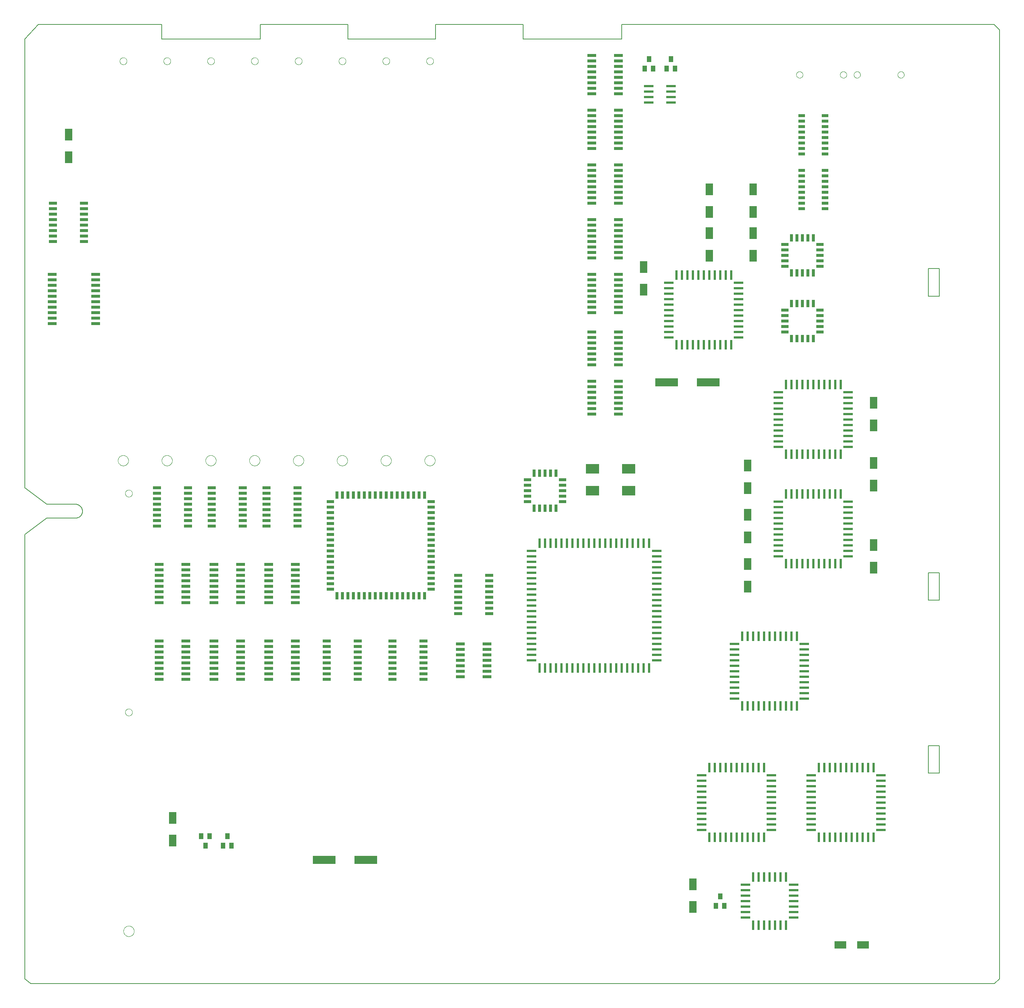
<source format=gtp>
G75*
%MOIN*%
%OFA0B0*%
%FSLAX25Y25*%
%IPPOS*%
%LPD*%
%AMOC8*
5,1,8,0,0,1.08239X$1,22.5*
%
%ADD10C,0.00600*%
%ADD11C,0.00000*%
%ADD12R,0.08000X0.02600*%
%ADD13R,0.07520X0.02520*%
%ADD14R,0.07087X0.02992*%
%ADD15R,0.02992X0.07087*%
%ADD16R,0.02362X0.08661*%
%ADD17R,0.08661X0.02362*%
%ADD18R,0.03937X0.05512*%
%ADD19R,0.06000X0.02500*%
%ADD20R,0.07087X0.10827*%
%ADD21R,0.21000X0.07600*%
%ADD22R,0.10827X0.07087*%
%ADD23R,0.12000X0.08600*%
D10*
X0004700Y0005800D02*
X0010200Y0001300D01*
X0890200Y0001300D01*
X0894700Y0005800D01*
X0894700Y0872800D01*
X0889700Y0877800D01*
X0549700Y0877800D01*
X0549700Y0864300D01*
X0459700Y0864300D01*
X0459700Y0877800D01*
X0379700Y0877800D01*
X0379700Y0864300D01*
X0299700Y0864300D01*
X0299700Y0877800D01*
X0219700Y0877800D01*
X0219700Y0864300D01*
X0129700Y0864300D01*
X0129700Y0877800D01*
X0017200Y0877800D01*
X0004700Y0864300D01*
X0004700Y0454300D01*
X0024700Y0439300D01*
X0051700Y0439300D01*
X0051856Y0439286D01*
X0052012Y0439267D01*
X0052168Y0439245D01*
X0052323Y0439219D01*
X0052477Y0439189D01*
X0052631Y0439155D01*
X0052783Y0439117D01*
X0052935Y0439075D01*
X0053085Y0439030D01*
X0053234Y0438981D01*
X0053382Y0438928D01*
X0053529Y0438871D01*
X0053674Y0438811D01*
X0053817Y0438748D01*
X0053959Y0438680D01*
X0054100Y0438609D01*
X0054238Y0438535D01*
X0054374Y0438457D01*
X0054509Y0438376D01*
X0054641Y0438291D01*
X0054772Y0438203D01*
X0054900Y0438112D01*
X0055025Y0438018D01*
X0055149Y0437921D01*
X0055269Y0437820D01*
X0055388Y0437717D01*
X0055503Y0437610D01*
X0055616Y0437501D01*
X0055726Y0437389D01*
X0055834Y0437274D01*
X0055938Y0437157D01*
X0056039Y0437037D01*
X0056138Y0436914D01*
X0056233Y0436789D01*
X0056325Y0436662D01*
X0056414Y0436532D01*
X0056500Y0436401D01*
X0056582Y0436267D01*
X0056661Y0436131D01*
X0056736Y0435993D01*
X0056808Y0435854D01*
X0056877Y0435712D01*
X0056942Y0435569D01*
X0057003Y0435425D01*
X0057061Y0435278D01*
X0057115Y0435131D01*
X0057165Y0434982D01*
X0057211Y0434832D01*
X0057254Y0434681D01*
X0057293Y0434529D01*
X0057328Y0434375D01*
X0057360Y0434221D01*
X0057387Y0434067D01*
X0057411Y0433911D01*
X0057430Y0433756D01*
X0057446Y0433599D01*
X0057458Y0433443D01*
X0057466Y0433286D01*
X0057470Y0433129D01*
X0057470Y0432971D01*
X0057466Y0432814D01*
X0057458Y0432657D01*
X0057446Y0432501D01*
X0057430Y0432344D01*
X0057411Y0432189D01*
X0057387Y0432033D01*
X0057360Y0431879D01*
X0057328Y0431725D01*
X0057293Y0431571D01*
X0057254Y0431419D01*
X0057211Y0431268D01*
X0057165Y0431118D01*
X0057115Y0430969D01*
X0057061Y0430822D01*
X0057003Y0430675D01*
X0056942Y0430531D01*
X0056877Y0430388D01*
X0056808Y0430246D01*
X0056736Y0430107D01*
X0056661Y0429969D01*
X0056582Y0429833D01*
X0056500Y0429699D01*
X0056414Y0429568D01*
X0056325Y0429438D01*
X0056233Y0429311D01*
X0056138Y0429186D01*
X0056039Y0429063D01*
X0055938Y0428943D01*
X0055834Y0428826D01*
X0055726Y0428711D01*
X0055616Y0428599D01*
X0055503Y0428490D01*
X0055388Y0428383D01*
X0055269Y0428280D01*
X0055149Y0428179D01*
X0055025Y0428082D01*
X0054900Y0427988D01*
X0054772Y0427897D01*
X0054641Y0427809D01*
X0054509Y0427724D01*
X0054374Y0427643D01*
X0054238Y0427565D01*
X0054100Y0427491D01*
X0053959Y0427420D01*
X0053817Y0427352D01*
X0053674Y0427289D01*
X0053529Y0427229D01*
X0053382Y0427172D01*
X0053234Y0427119D01*
X0053085Y0427070D01*
X0052935Y0427025D01*
X0052783Y0426983D01*
X0052631Y0426945D01*
X0052477Y0426911D01*
X0052323Y0426881D01*
X0052168Y0426855D01*
X0052012Y0426833D01*
X0051856Y0426814D01*
X0051700Y0426800D01*
X0024700Y0426800D01*
X0004700Y0411800D01*
X0004700Y0005800D01*
X0829700Y0193800D02*
X0829700Y0218800D01*
X0839700Y0218800D01*
X0839700Y0193800D01*
X0829700Y0193800D01*
X0829700Y0351800D02*
X0829700Y0376800D01*
X0839700Y0376800D01*
X0839700Y0351800D01*
X0829700Y0351800D01*
X0829700Y0629300D02*
X0829700Y0654800D01*
X0839700Y0654800D01*
X0839700Y0629300D01*
X0829700Y0629300D01*
D11*
X0801747Y0831800D02*
X0801749Y0831908D01*
X0801755Y0832017D01*
X0801765Y0832125D01*
X0801779Y0832232D01*
X0801797Y0832339D01*
X0801818Y0832446D01*
X0801844Y0832551D01*
X0801874Y0832656D01*
X0801907Y0832759D01*
X0801944Y0832861D01*
X0801985Y0832961D01*
X0802029Y0833060D01*
X0802078Y0833158D01*
X0802129Y0833253D01*
X0802184Y0833346D01*
X0802243Y0833438D01*
X0802305Y0833527D01*
X0802370Y0833614D01*
X0802438Y0833698D01*
X0802509Y0833780D01*
X0802583Y0833859D01*
X0802660Y0833935D01*
X0802740Y0834009D01*
X0802823Y0834079D01*
X0802908Y0834147D01*
X0802995Y0834211D01*
X0803085Y0834272D01*
X0803177Y0834330D01*
X0803271Y0834384D01*
X0803367Y0834435D01*
X0803464Y0834482D01*
X0803564Y0834526D01*
X0803665Y0834566D01*
X0803767Y0834602D01*
X0803870Y0834634D01*
X0803975Y0834663D01*
X0804081Y0834687D01*
X0804187Y0834708D01*
X0804294Y0834725D01*
X0804402Y0834738D01*
X0804510Y0834747D01*
X0804619Y0834752D01*
X0804727Y0834753D01*
X0804836Y0834750D01*
X0804944Y0834743D01*
X0805052Y0834732D01*
X0805159Y0834717D01*
X0805266Y0834698D01*
X0805372Y0834675D01*
X0805477Y0834649D01*
X0805582Y0834618D01*
X0805684Y0834584D01*
X0805786Y0834546D01*
X0805886Y0834504D01*
X0805985Y0834459D01*
X0806082Y0834410D01*
X0806176Y0834357D01*
X0806269Y0834301D01*
X0806360Y0834242D01*
X0806449Y0834179D01*
X0806535Y0834114D01*
X0806619Y0834045D01*
X0806700Y0833973D01*
X0806778Y0833898D01*
X0806854Y0833820D01*
X0806927Y0833739D01*
X0806997Y0833656D01*
X0807063Y0833571D01*
X0807127Y0833483D01*
X0807187Y0833392D01*
X0807244Y0833300D01*
X0807297Y0833205D01*
X0807347Y0833109D01*
X0807393Y0833011D01*
X0807436Y0832911D01*
X0807475Y0832810D01*
X0807510Y0832707D01*
X0807542Y0832604D01*
X0807569Y0832499D01*
X0807593Y0832393D01*
X0807613Y0832286D01*
X0807629Y0832179D01*
X0807641Y0832071D01*
X0807649Y0831963D01*
X0807653Y0831854D01*
X0807653Y0831746D01*
X0807649Y0831637D01*
X0807641Y0831529D01*
X0807629Y0831421D01*
X0807613Y0831314D01*
X0807593Y0831207D01*
X0807569Y0831101D01*
X0807542Y0830996D01*
X0807510Y0830893D01*
X0807475Y0830790D01*
X0807436Y0830689D01*
X0807393Y0830589D01*
X0807347Y0830491D01*
X0807297Y0830395D01*
X0807244Y0830300D01*
X0807187Y0830208D01*
X0807127Y0830117D01*
X0807063Y0830029D01*
X0806997Y0829944D01*
X0806927Y0829861D01*
X0806854Y0829780D01*
X0806778Y0829702D01*
X0806700Y0829627D01*
X0806619Y0829555D01*
X0806535Y0829486D01*
X0806449Y0829421D01*
X0806360Y0829358D01*
X0806269Y0829299D01*
X0806177Y0829243D01*
X0806082Y0829190D01*
X0805985Y0829141D01*
X0805886Y0829096D01*
X0805786Y0829054D01*
X0805684Y0829016D01*
X0805582Y0828982D01*
X0805477Y0828951D01*
X0805372Y0828925D01*
X0805266Y0828902D01*
X0805159Y0828883D01*
X0805052Y0828868D01*
X0804944Y0828857D01*
X0804836Y0828850D01*
X0804727Y0828847D01*
X0804619Y0828848D01*
X0804510Y0828853D01*
X0804402Y0828862D01*
X0804294Y0828875D01*
X0804187Y0828892D01*
X0804081Y0828913D01*
X0803975Y0828937D01*
X0803870Y0828966D01*
X0803767Y0828998D01*
X0803665Y0829034D01*
X0803564Y0829074D01*
X0803464Y0829118D01*
X0803367Y0829165D01*
X0803271Y0829216D01*
X0803177Y0829270D01*
X0803085Y0829328D01*
X0802995Y0829389D01*
X0802908Y0829453D01*
X0802823Y0829521D01*
X0802740Y0829591D01*
X0802660Y0829665D01*
X0802583Y0829741D01*
X0802509Y0829820D01*
X0802438Y0829902D01*
X0802370Y0829986D01*
X0802305Y0830073D01*
X0802243Y0830162D01*
X0802184Y0830254D01*
X0802129Y0830347D01*
X0802078Y0830442D01*
X0802029Y0830540D01*
X0801985Y0830639D01*
X0801944Y0830739D01*
X0801907Y0830841D01*
X0801874Y0830944D01*
X0801844Y0831049D01*
X0801818Y0831154D01*
X0801797Y0831261D01*
X0801779Y0831368D01*
X0801765Y0831475D01*
X0801755Y0831583D01*
X0801749Y0831692D01*
X0801747Y0831800D01*
X0761747Y0831800D02*
X0761749Y0831908D01*
X0761755Y0832017D01*
X0761765Y0832125D01*
X0761779Y0832232D01*
X0761797Y0832339D01*
X0761818Y0832446D01*
X0761844Y0832551D01*
X0761874Y0832656D01*
X0761907Y0832759D01*
X0761944Y0832861D01*
X0761985Y0832961D01*
X0762029Y0833060D01*
X0762078Y0833158D01*
X0762129Y0833253D01*
X0762184Y0833346D01*
X0762243Y0833438D01*
X0762305Y0833527D01*
X0762370Y0833614D01*
X0762438Y0833698D01*
X0762509Y0833780D01*
X0762583Y0833859D01*
X0762660Y0833935D01*
X0762740Y0834009D01*
X0762823Y0834079D01*
X0762908Y0834147D01*
X0762995Y0834211D01*
X0763085Y0834272D01*
X0763177Y0834330D01*
X0763271Y0834384D01*
X0763367Y0834435D01*
X0763464Y0834482D01*
X0763564Y0834526D01*
X0763665Y0834566D01*
X0763767Y0834602D01*
X0763870Y0834634D01*
X0763975Y0834663D01*
X0764081Y0834687D01*
X0764187Y0834708D01*
X0764294Y0834725D01*
X0764402Y0834738D01*
X0764510Y0834747D01*
X0764619Y0834752D01*
X0764727Y0834753D01*
X0764836Y0834750D01*
X0764944Y0834743D01*
X0765052Y0834732D01*
X0765159Y0834717D01*
X0765266Y0834698D01*
X0765372Y0834675D01*
X0765477Y0834649D01*
X0765582Y0834618D01*
X0765684Y0834584D01*
X0765786Y0834546D01*
X0765886Y0834504D01*
X0765985Y0834459D01*
X0766082Y0834410D01*
X0766176Y0834357D01*
X0766269Y0834301D01*
X0766360Y0834242D01*
X0766449Y0834179D01*
X0766535Y0834114D01*
X0766619Y0834045D01*
X0766700Y0833973D01*
X0766778Y0833898D01*
X0766854Y0833820D01*
X0766927Y0833739D01*
X0766997Y0833656D01*
X0767063Y0833571D01*
X0767127Y0833483D01*
X0767187Y0833392D01*
X0767244Y0833300D01*
X0767297Y0833205D01*
X0767347Y0833109D01*
X0767393Y0833011D01*
X0767436Y0832911D01*
X0767475Y0832810D01*
X0767510Y0832707D01*
X0767542Y0832604D01*
X0767569Y0832499D01*
X0767593Y0832393D01*
X0767613Y0832286D01*
X0767629Y0832179D01*
X0767641Y0832071D01*
X0767649Y0831963D01*
X0767653Y0831854D01*
X0767653Y0831746D01*
X0767649Y0831637D01*
X0767641Y0831529D01*
X0767629Y0831421D01*
X0767613Y0831314D01*
X0767593Y0831207D01*
X0767569Y0831101D01*
X0767542Y0830996D01*
X0767510Y0830893D01*
X0767475Y0830790D01*
X0767436Y0830689D01*
X0767393Y0830589D01*
X0767347Y0830491D01*
X0767297Y0830395D01*
X0767244Y0830300D01*
X0767187Y0830208D01*
X0767127Y0830117D01*
X0767063Y0830029D01*
X0766997Y0829944D01*
X0766927Y0829861D01*
X0766854Y0829780D01*
X0766778Y0829702D01*
X0766700Y0829627D01*
X0766619Y0829555D01*
X0766535Y0829486D01*
X0766449Y0829421D01*
X0766360Y0829358D01*
X0766269Y0829299D01*
X0766177Y0829243D01*
X0766082Y0829190D01*
X0765985Y0829141D01*
X0765886Y0829096D01*
X0765786Y0829054D01*
X0765684Y0829016D01*
X0765582Y0828982D01*
X0765477Y0828951D01*
X0765372Y0828925D01*
X0765266Y0828902D01*
X0765159Y0828883D01*
X0765052Y0828868D01*
X0764944Y0828857D01*
X0764836Y0828850D01*
X0764727Y0828847D01*
X0764619Y0828848D01*
X0764510Y0828853D01*
X0764402Y0828862D01*
X0764294Y0828875D01*
X0764187Y0828892D01*
X0764081Y0828913D01*
X0763975Y0828937D01*
X0763870Y0828966D01*
X0763767Y0828998D01*
X0763665Y0829034D01*
X0763564Y0829074D01*
X0763464Y0829118D01*
X0763367Y0829165D01*
X0763271Y0829216D01*
X0763177Y0829270D01*
X0763085Y0829328D01*
X0762995Y0829389D01*
X0762908Y0829453D01*
X0762823Y0829521D01*
X0762740Y0829591D01*
X0762660Y0829665D01*
X0762583Y0829741D01*
X0762509Y0829820D01*
X0762438Y0829902D01*
X0762370Y0829986D01*
X0762305Y0830073D01*
X0762243Y0830162D01*
X0762184Y0830254D01*
X0762129Y0830347D01*
X0762078Y0830442D01*
X0762029Y0830540D01*
X0761985Y0830639D01*
X0761944Y0830739D01*
X0761907Y0830841D01*
X0761874Y0830944D01*
X0761844Y0831049D01*
X0761818Y0831154D01*
X0761797Y0831261D01*
X0761779Y0831368D01*
X0761765Y0831475D01*
X0761755Y0831583D01*
X0761749Y0831692D01*
X0761747Y0831800D01*
X0749247Y0831800D02*
X0749249Y0831908D01*
X0749255Y0832017D01*
X0749265Y0832125D01*
X0749279Y0832232D01*
X0749297Y0832339D01*
X0749318Y0832446D01*
X0749344Y0832551D01*
X0749374Y0832656D01*
X0749407Y0832759D01*
X0749444Y0832861D01*
X0749485Y0832961D01*
X0749529Y0833060D01*
X0749578Y0833158D01*
X0749629Y0833253D01*
X0749684Y0833346D01*
X0749743Y0833438D01*
X0749805Y0833527D01*
X0749870Y0833614D01*
X0749938Y0833698D01*
X0750009Y0833780D01*
X0750083Y0833859D01*
X0750160Y0833935D01*
X0750240Y0834009D01*
X0750323Y0834079D01*
X0750408Y0834147D01*
X0750495Y0834211D01*
X0750585Y0834272D01*
X0750677Y0834330D01*
X0750771Y0834384D01*
X0750867Y0834435D01*
X0750964Y0834482D01*
X0751064Y0834526D01*
X0751165Y0834566D01*
X0751267Y0834602D01*
X0751370Y0834634D01*
X0751475Y0834663D01*
X0751581Y0834687D01*
X0751687Y0834708D01*
X0751794Y0834725D01*
X0751902Y0834738D01*
X0752010Y0834747D01*
X0752119Y0834752D01*
X0752227Y0834753D01*
X0752336Y0834750D01*
X0752444Y0834743D01*
X0752552Y0834732D01*
X0752659Y0834717D01*
X0752766Y0834698D01*
X0752872Y0834675D01*
X0752977Y0834649D01*
X0753082Y0834618D01*
X0753184Y0834584D01*
X0753286Y0834546D01*
X0753386Y0834504D01*
X0753485Y0834459D01*
X0753582Y0834410D01*
X0753676Y0834357D01*
X0753769Y0834301D01*
X0753860Y0834242D01*
X0753949Y0834179D01*
X0754035Y0834114D01*
X0754119Y0834045D01*
X0754200Y0833973D01*
X0754278Y0833898D01*
X0754354Y0833820D01*
X0754427Y0833739D01*
X0754497Y0833656D01*
X0754563Y0833571D01*
X0754627Y0833483D01*
X0754687Y0833392D01*
X0754744Y0833300D01*
X0754797Y0833205D01*
X0754847Y0833109D01*
X0754893Y0833011D01*
X0754936Y0832911D01*
X0754975Y0832810D01*
X0755010Y0832707D01*
X0755042Y0832604D01*
X0755069Y0832499D01*
X0755093Y0832393D01*
X0755113Y0832286D01*
X0755129Y0832179D01*
X0755141Y0832071D01*
X0755149Y0831963D01*
X0755153Y0831854D01*
X0755153Y0831746D01*
X0755149Y0831637D01*
X0755141Y0831529D01*
X0755129Y0831421D01*
X0755113Y0831314D01*
X0755093Y0831207D01*
X0755069Y0831101D01*
X0755042Y0830996D01*
X0755010Y0830893D01*
X0754975Y0830790D01*
X0754936Y0830689D01*
X0754893Y0830589D01*
X0754847Y0830491D01*
X0754797Y0830395D01*
X0754744Y0830300D01*
X0754687Y0830208D01*
X0754627Y0830117D01*
X0754563Y0830029D01*
X0754497Y0829944D01*
X0754427Y0829861D01*
X0754354Y0829780D01*
X0754278Y0829702D01*
X0754200Y0829627D01*
X0754119Y0829555D01*
X0754035Y0829486D01*
X0753949Y0829421D01*
X0753860Y0829358D01*
X0753769Y0829299D01*
X0753677Y0829243D01*
X0753582Y0829190D01*
X0753485Y0829141D01*
X0753386Y0829096D01*
X0753286Y0829054D01*
X0753184Y0829016D01*
X0753082Y0828982D01*
X0752977Y0828951D01*
X0752872Y0828925D01*
X0752766Y0828902D01*
X0752659Y0828883D01*
X0752552Y0828868D01*
X0752444Y0828857D01*
X0752336Y0828850D01*
X0752227Y0828847D01*
X0752119Y0828848D01*
X0752010Y0828853D01*
X0751902Y0828862D01*
X0751794Y0828875D01*
X0751687Y0828892D01*
X0751581Y0828913D01*
X0751475Y0828937D01*
X0751370Y0828966D01*
X0751267Y0828998D01*
X0751165Y0829034D01*
X0751064Y0829074D01*
X0750964Y0829118D01*
X0750867Y0829165D01*
X0750771Y0829216D01*
X0750677Y0829270D01*
X0750585Y0829328D01*
X0750495Y0829389D01*
X0750408Y0829453D01*
X0750323Y0829521D01*
X0750240Y0829591D01*
X0750160Y0829665D01*
X0750083Y0829741D01*
X0750009Y0829820D01*
X0749938Y0829902D01*
X0749870Y0829986D01*
X0749805Y0830073D01*
X0749743Y0830162D01*
X0749684Y0830254D01*
X0749629Y0830347D01*
X0749578Y0830442D01*
X0749529Y0830540D01*
X0749485Y0830639D01*
X0749444Y0830739D01*
X0749407Y0830841D01*
X0749374Y0830944D01*
X0749344Y0831049D01*
X0749318Y0831154D01*
X0749297Y0831261D01*
X0749279Y0831368D01*
X0749265Y0831475D01*
X0749255Y0831583D01*
X0749249Y0831692D01*
X0749247Y0831800D01*
X0709247Y0831800D02*
X0709249Y0831908D01*
X0709255Y0832017D01*
X0709265Y0832125D01*
X0709279Y0832232D01*
X0709297Y0832339D01*
X0709318Y0832446D01*
X0709344Y0832551D01*
X0709374Y0832656D01*
X0709407Y0832759D01*
X0709444Y0832861D01*
X0709485Y0832961D01*
X0709529Y0833060D01*
X0709578Y0833158D01*
X0709629Y0833253D01*
X0709684Y0833346D01*
X0709743Y0833438D01*
X0709805Y0833527D01*
X0709870Y0833614D01*
X0709938Y0833698D01*
X0710009Y0833780D01*
X0710083Y0833859D01*
X0710160Y0833935D01*
X0710240Y0834009D01*
X0710323Y0834079D01*
X0710408Y0834147D01*
X0710495Y0834211D01*
X0710585Y0834272D01*
X0710677Y0834330D01*
X0710771Y0834384D01*
X0710867Y0834435D01*
X0710964Y0834482D01*
X0711064Y0834526D01*
X0711165Y0834566D01*
X0711267Y0834602D01*
X0711370Y0834634D01*
X0711475Y0834663D01*
X0711581Y0834687D01*
X0711687Y0834708D01*
X0711794Y0834725D01*
X0711902Y0834738D01*
X0712010Y0834747D01*
X0712119Y0834752D01*
X0712227Y0834753D01*
X0712336Y0834750D01*
X0712444Y0834743D01*
X0712552Y0834732D01*
X0712659Y0834717D01*
X0712766Y0834698D01*
X0712872Y0834675D01*
X0712977Y0834649D01*
X0713082Y0834618D01*
X0713184Y0834584D01*
X0713286Y0834546D01*
X0713386Y0834504D01*
X0713485Y0834459D01*
X0713582Y0834410D01*
X0713676Y0834357D01*
X0713769Y0834301D01*
X0713860Y0834242D01*
X0713949Y0834179D01*
X0714035Y0834114D01*
X0714119Y0834045D01*
X0714200Y0833973D01*
X0714278Y0833898D01*
X0714354Y0833820D01*
X0714427Y0833739D01*
X0714497Y0833656D01*
X0714563Y0833571D01*
X0714627Y0833483D01*
X0714687Y0833392D01*
X0714744Y0833300D01*
X0714797Y0833205D01*
X0714847Y0833109D01*
X0714893Y0833011D01*
X0714936Y0832911D01*
X0714975Y0832810D01*
X0715010Y0832707D01*
X0715042Y0832604D01*
X0715069Y0832499D01*
X0715093Y0832393D01*
X0715113Y0832286D01*
X0715129Y0832179D01*
X0715141Y0832071D01*
X0715149Y0831963D01*
X0715153Y0831854D01*
X0715153Y0831746D01*
X0715149Y0831637D01*
X0715141Y0831529D01*
X0715129Y0831421D01*
X0715113Y0831314D01*
X0715093Y0831207D01*
X0715069Y0831101D01*
X0715042Y0830996D01*
X0715010Y0830893D01*
X0714975Y0830790D01*
X0714936Y0830689D01*
X0714893Y0830589D01*
X0714847Y0830491D01*
X0714797Y0830395D01*
X0714744Y0830300D01*
X0714687Y0830208D01*
X0714627Y0830117D01*
X0714563Y0830029D01*
X0714497Y0829944D01*
X0714427Y0829861D01*
X0714354Y0829780D01*
X0714278Y0829702D01*
X0714200Y0829627D01*
X0714119Y0829555D01*
X0714035Y0829486D01*
X0713949Y0829421D01*
X0713860Y0829358D01*
X0713769Y0829299D01*
X0713677Y0829243D01*
X0713582Y0829190D01*
X0713485Y0829141D01*
X0713386Y0829096D01*
X0713286Y0829054D01*
X0713184Y0829016D01*
X0713082Y0828982D01*
X0712977Y0828951D01*
X0712872Y0828925D01*
X0712766Y0828902D01*
X0712659Y0828883D01*
X0712552Y0828868D01*
X0712444Y0828857D01*
X0712336Y0828850D01*
X0712227Y0828847D01*
X0712119Y0828848D01*
X0712010Y0828853D01*
X0711902Y0828862D01*
X0711794Y0828875D01*
X0711687Y0828892D01*
X0711581Y0828913D01*
X0711475Y0828937D01*
X0711370Y0828966D01*
X0711267Y0828998D01*
X0711165Y0829034D01*
X0711064Y0829074D01*
X0710964Y0829118D01*
X0710867Y0829165D01*
X0710771Y0829216D01*
X0710677Y0829270D01*
X0710585Y0829328D01*
X0710495Y0829389D01*
X0710408Y0829453D01*
X0710323Y0829521D01*
X0710240Y0829591D01*
X0710160Y0829665D01*
X0710083Y0829741D01*
X0710009Y0829820D01*
X0709938Y0829902D01*
X0709870Y0829986D01*
X0709805Y0830073D01*
X0709743Y0830162D01*
X0709684Y0830254D01*
X0709629Y0830347D01*
X0709578Y0830442D01*
X0709529Y0830540D01*
X0709485Y0830639D01*
X0709444Y0830739D01*
X0709407Y0830841D01*
X0709374Y0830944D01*
X0709344Y0831049D01*
X0709318Y0831154D01*
X0709297Y0831261D01*
X0709279Y0831368D01*
X0709265Y0831475D01*
X0709255Y0831583D01*
X0709249Y0831692D01*
X0709247Y0831800D01*
X0371500Y0844300D02*
X0371502Y0844413D01*
X0371508Y0844526D01*
X0371518Y0844638D01*
X0371532Y0844750D01*
X0371550Y0844862D01*
X0371572Y0844973D01*
X0371597Y0845083D01*
X0371627Y0845192D01*
X0371660Y0845300D01*
X0371697Y0845406D01*
X0371738Y0845512D01*
X0371783Y0845615D01*
X0371831Y0845717D01*
X0371883Y0845818D01*
X0371938Y0845916D01*
X0371997Y0846013D01*
X0372059Y0846107D01*
X0372124Y0846199D01*
X0372193Y0846289D01*
X0372265Y0846376D01*
X0372340Y0846461D01*
X0372417Y0846543D01*
X0372498Y0846622D01*
X0372581Y0846698D01*
X0372667Y0846771D01*
X0372756Y0846842D01*
X0372847Y0846909D01*
X0372940Y0846972D01*
X0373035Y0847033D01*
X0373133Y0847090D01*
X0373232Y0847143D01*
X0373333Y0847194D01*
X0373436Y0847240D01*
X0373541Y0847283D01*
X0373647Y0847322D01*
X0373754Y0847357D01*
X0373863Y0847389D01*
X0373972Y0847416D01*
X0374083Y0847440D01*
X0374194Y0847460D01*
X0374306Y0847476D01*
X0374418Y0847488D01*
X0374531Y0847496D01*
X0374644Y0847500D01*
X0374756Y0847500D01*
X0374869Y0847496D01*
X0374982Y0847488D01*
X0375094Y0847476D01*
X0375206Y0847460D01*
X0375317Y0847440D01*
X0375428Y0847416D01*
X0375537Y0847389D01*
X0375646Y0847357D01*
X0375753Y0847322D01*
X0375859Y0847283D01*
X0375964Y0847240D01*
X0376067Y0847194D01*
X0376168Y0847143D01*
X0376267Y0847090D01*
X0376365Y0847033D01*
X0376460Y0846972D01*
X0376553Y0846909D01*
X0376644Y0846842D01*
X0376733Y0846771D01*
X0376819Y0846698D01*
X0376902Y0846622D01*
X0376983Y0846543D01*
X0377060Y0846461D01*
X0377135Y0846376D01*
X0377207Y0846289D01*
X0377276Y0846199D01*
X0377341Y0846107D01*
X0377403Y0846013D01*
X0377462Y0845916D01*
X0377517Y0845818D01*
X0377569Y0845717D01*
X0377617Y0845615D01*
X0377662Y0845512D01*
X0377703Y0845406D01*
X0377740Y0845300D01*
X0377773Y0845192D01*
X0377803Y0845083D01*
X0377828Y0844973D01*
X0377850Y0844862D01*
X0377868Y0844750D01*
X0377882Y0844638D01*
X0377892Y0844526D01*
X0377898Y0844413D01*
X0377900Y0844300D01*
X0377898Y0844187D01*
X0377892Y0844074D01*
X0377882Y0843962D01*
X0377868Y0843850D01*
X0377850Y0843738D01*
X0377828Y0843627D01*
X0377803Y0843517D01*
X0377773Y0843408D01*
X0377740Y0843300D01*
X0377703Y0843194D01*
X0377662Y0843088D01*
X0377617Y0842985D01*
X0377569Y0842883D01*
X0377517Y0842782D01*
X0377462Y0842684D01*
X0377403Y0842587D01*
X0377341Y0842493D01*
X0377276Y0842401D01*
X0377207Y0842311D01*
X0377135Y0842224D01*
X0377060Y0842139D01*
X0376983Y0842057D01*
X0376902Y0841978D01*
X0376819Y0841902D01*
X0376733Y0841829D01*
X0376644Y0841758D01*
X0376553Y0841691D01*
X0376460Y0841628D01*
X0376365Y0841567D01*
X0376267Y0841510D01*
X0376168Y0841457D01*
X0376067Y0841406D01*
X0375964Y0841360D01*
X0375859Y0841317D01*
X0375753Y0841278D01*
X0375646Y0841243D01*
X0375537Y0841211D01*
X0375428Y0841184D01*
X0375317Y0841160D01*
X0375206Y0841140D01*
X0375094Y0841124D01*
X0374982Y0841112D01*
X0374869Y0841104D01*
X0374756Y0841100D01*
X0374644Y0841100D01*
X0374531Y0841104D01*
X0374418Y0841112D01*
X0374306Y0841124D01*
X0374194Y0841140D01*
X0374083Y0841160D01*
X0373972Y0841184D01*
X0373863Y0841211D01*
X0373754Y0841243D01*
X0373647Y0841278D01*
X0373541Y0841317D01*
X0373436Y0841360D01*
X0373333Y0841406D01*
X0373232Y0841457D01*
X0373133Y0841510D01*
X0373035Y0841567D01*
X0372940Y0841628D01*
X0372847Y0841691D01*
X0372756Y0841758D01*
X0372667Y0841829D01*
X0372581Y0841902D01*
X0372498Y0841978D01*
X0372417Y0842057D01*
X0372340Y0842139D01*
X0372265Y0842224D01*
X0372193Y0842311D01*
X0372124Y0842401D01*
X0372059Y0842493D01*
X0371997Y0842587D01*
X0371938Y0842684D01*
X0371883Y0842782D01*
X0371831Y0842883D01*
X0371783Y0842985D01*
X0371738Y0843088D01*
X0371697Y0843194D01*
X0371660Y0843300D01*
X0371627Y0843408D01*
X0371597Y0843517D01*
X0371572Y0843627D01*
X0371550Y0843738D01*
X0371532Y0843850D01*
X0371518Y0843962D01*
X0371508Y0844074D01*
X0371502Y0844187D01*
X0371500Y0844300D01*
X0331500Y0844300D02*
X0331502Y0844413D01*
X0331508Y0844526D01*
X0331518Y0844638D01*
X0331532Y0844750D01*
X0331550Y0844862D01*
X0331572Y0844973D01*
X0331597Y0845083D01*
X0331627Y0845192D01*
X0331660Y0845300D01*
X0331697Y0845406D01*
X0331738Y0845512D01*
X0331783Y0845615D01*
X0331831Y0845717D01*
X0331883Y0845818D01*
X0331938Y0845916D01*
X0331997Y0846013D01*
X0332059Y0846107D01*
X0332124Y0846199D01*
X0332193Y0846289D01*
X0332265Y0846376D01*
X0332340Y0846461D01*
X0332417Y0846543D01*
X0332498Y0846622D01*
X0332581Y0846698D01*
X0332667Y0846771D01*
X0332756Y0846842D01*
X0332847Y0846909D01*
X0332940Y0846972D01*
X0333035Y0847033D01*
X0333133Y0847090D01*
X0333232Y0847143D01*
X0333333Y0847194D01*
X0333436Y0847240D01*
X0333541Y0847283D01*
X0333647Y0847322D01*
X0333754Y0847357D01*
X0333863Y0847389D01*
X0333972Y0847416D01*
X0334083Y0847440D01*
X0334194Y0847460D01*
X0334306Y0847476D01*
X0334418Y0847488D01*
X0334531Y0847496D01*
X0334644Y0847500D01*
X0334756Y0847500D01*
X0334869Y0847496D01*
X0334982Y0847488D01*
X0335094Y0847476D01*
X0335206Y0847460D01*
X0335317Y0847440D01*
X0335428Y0847416D01*
X0335537Y0847389D01*
X0335646Y0847357D01*
X0335753Y0847322D01*
X0335859Y0847283D01*
X0335964Y0847240D01*
X0336067Y0847194D01*
X0336168Y0847143D01*
X0336267Y0847090D01*
X0336365Y0847033D01*
X0336460Y0846972D01*
X0336553Y0846909D01*
X0336644Y0846842D01*
X0336733Y0846771D01*
X0336819Y0846698D01*
X0336902Y0846622D01*
X0336983Y0846543D01*
X0337060Y0846461D01*
X0337135Y0846376D01*
X0337207Y0846289D01*
X0337276Y0846199D01*
X0337341Y0846107D01*
X0337403Y0846013D01*
X0337462Y0845916D01*
X0337517Y0845818D01*
X0337569Y0845717D01*
X0337617Y0845615D01*
X0337662Y0845512D01*
X0337703Y0845406D01*
X0337740Y0845300D01*
X0337773Y0845192D01*
X0337803Y0845083D01*
X0337828Y0844973D01*
X0337850Y0844862D01*
X0337868Y0844750D01*
X0337882Y0844638D01*
X0337892Y0844526D01*
X0337898Y0844413D01*
X0337900Y0844300D01*
X0337898Y0844187D01*
X0337892Y0844074D01*
X0337882Y0843962D01*
X0337868Y0843850D01*
X0337850Y0843738D01*
X0337828Y0843627D01*
X0337803Y0843517D01*
X0337773Y0843408D01*
X0337740Y0843300D01*
X0337703Y0843194D01*
X0337662Y0843088D01*
X0337617Y0842985D01*
X0337569Y0842883D01*
X0337517Y0842782D01*
X0337462Y0842684D01*
X0337403Y0842587D01*
X0337341Y0842493D01*
X0337276Y0842401D01*
X0337207Y0842311D01*
X0337135Y0842224D01*
X0337060Y0842139D01*
X0336983Y0842057D01*
X0336902Y0841978D01*
X0336819Y0841902D01*
X0336733Y0841829D01*
X0336644Y0841758D01*
X0336553Y0841691D01*
X0336460Y0841628D01*
X0336365Y0841567D01*
X0336267Y0841510D01*
X0336168Y0841457D01*
X0336067Y0841406D01*
X0335964Y0841360D01*
X0335859Y0841317D01*
X0335753Y0841278D01*
X0335646Y0841243D01*
X0335537Y0841211D01*
X0335428Y0841184D01*
X0335317Y0841160D01*
X0335206Y0841140D01*
X0335094Y0841124D01*
X0334982Y0841112D01*
X0334869Y0841104D01*
X0334756Y0841100D01*
X0334644Y0841100D01*
X0334531Y0841104D01*
X0334418Y0841112D01*
X0334306Y0841124D01*
X0334194Y0841140D01*
X0334083Y0841160D01*
X0333972Y0841184D01*
X0333863Y0841211D01*
X0333754Y0841243D01*
X0333647Y0841278D01*
X0333541Y0841317D01*
X0333436Y0841360D01*
X0333333Y0841406D01*
X0333232Y0841457D01*
X0333133Y0841510D01*
X0333035Y0841567D01*
X0332940Y0841628D01*
X0332847Y0841691D01*
X0332756Y0841758D01*
X0332667Y0841829D01*
X0332581Y0841902D01*
X0332498Y0841978D01*
X0332417Y0842057D01*
X0332340Y0842139D01*
X0332265Y0842224D01*
X0332193Y0842311D01*
X0332124Y0842401D01*
X0332059Y0842493D01*
X0331997Y0842587D01*
X0331938Y0842684D01*
X0331883Y0842782D01*
X0331831Y0842883D01*
X0331783Y0842985D01*
X0331738Y0843088D01*
X0331697Y0843194D01*
X0331660Y0843300D01*
X0331627Y0843408D01*
X0331597Y0843517D01*
X0331572Y0843627D01*
X0331550Y0843738D01*
X0331532Y0843850D01*
X0331518Y0843962D01*
X0331508Y0844074D01*
X0331502Y0844187D01*
X0331500Y0844300D01*
X0291500Y0844300D02*
X0291502Y0844413D01*
X0291508Y0844526D01*
X0291518Y0844638D01*
X0291532Y0844750D01*
X0291550Y0844862D01*
X0291572Y0844973D01*
X0291597Y0845083D01*
X0291627Y0845192D01*
X0291660Y0845300D01*
X0291697Y0845406D01*
X0291738Y0845512D01*
X0291783Y0845615D01*
X0291831Y0845717D01*
X0291883Y0845818D01*
X0291938Y0845916D01*
X0291997Y0846013D01*
X0292059Y0846107D01*
X0292124Y0846199D01*
X0292193Y0846289D01*
X0292265Y0846376D01*
X0292340Y0846461D01*
X0292417Y0846543D01*
X0292498Y0846622D01*
X0292581Y0846698D01*
X0292667Y0846771D01*
X0292756Y0846842D01*
X0292847Y0846909D01*
X0292940Y0846972D01*
X0293035Y0847033D01*
X0293133Y0847090D01*
X0293232Y0847143D01*
X0293333Y0847194D01*
X0293436Y0847240D01*
X0293541Y0847283D01*
X0293647Y0847322D01*
X0293754Y0847357D01*
X0293863Y0847389D01*
X0293972Y0847416D01*
X0294083Y0847440D01*
X0294194Y0847460D01*
X0294306Y0847476D01*
X0294418Y0847488D01*
X0294531Y0847496D01*
X0294644Y0847500D01*
X0294756Y0847500D01*
X0294869Y0847496D01*
X0294982Y0847488D01*
X0295094Y0847476D01*
X0295206Y0847460D01*
X0295317Y0847440D01*
X0295428Y0847416D01*
X0295537Y0847389D01*
X0295646Y0847357D01*
X0295753Y0847322D01*
X0295859Y0847283D01*
X0295964Y0847240D01*
X0296067Y0847194D01*
X0296168Y0847143D01*
X0296267Y0847090D01*
X0296365Y0847033D01*
X0296460Y0846972D01*
X0296553Y0846909D01*
X0296644Y0846842D01*
X0296733Y0846771D01*
X0296819Y0846698D01*
X0296902Y0846622D01*
X0296983Y0846543D01*
X0297060Y0846461D01*
X0297135Y0846376D01*
X0297207Y0846289D01*
X0297276Y0846199D01*
X0297341Y0846107D01*
X0297403Y0846013D01*
X0297462Y0845916D01*
X0297517Y0845818D01*
X0297569Y0845717D01*
X0297617Y0845615D01*
X0297662Y0845512D01*
X0297703Y0845406D01*
X0297740Y0845300D01*
X0297773Y0845192D01*
X0297803Y0845083D01*
X0297828Y0844973D01*
X0297850Y0844862D01*
X0297868Y0844750D01*
X0297882Y0844638D01*
X0297892Y0844526D01*
X0297898Y0844413D01*
X0297900Y0844300D01*
X0297898Y0844187D01*
X0297892Y0844074D01*
X0297882Y0843962D01*
X0297868Y0843850D01*
X0297850Y0843738D01*
X0297828Y0843627D01*
X0297803Y0843517D01*
X0297773Y0843408D01*
X0297740Y0843300D01*
X0297703Y0843194D01*
X0297662Y0843088D01*
X0297617Y0842985D01*
X0297569Y0842883D01*
X0297517Y0842782D01*
X0297462Y0842684D01*
X0297403Y0842587D01*
X0297341Y0842493D01*
X0297276Y0842401D01*
X0297207Y0842311D01*
X0297135Y0842224D01*
X0297060Y0842139D01*
X0296983Y0842057D01*
X0296902Y0841978D01*
X0296819Y0841902D01*
X0296733Y0841829D01*
X0296644Y0841758D01*
X0296553Y0841691D01*
X0296460Y0841628D01*
X0296365Y0841567D01*
X0296267Y0841510D01*
X0296168Y0841457D01*
X0296067Y0841406D01*
X0295964Y0841360D01*
X0295859Y0841317D01*
X0295753Y0841278D01*
X0295646Y0841243D01*
X0295537Y0841211D01*
X0295428Y0841184D01*
X0295317Y0841160D01*
X0295206Y0841140D01*
X0295094Y0841124D01*
X0294982Y0841112D01*
X0294869Y0841104D01*
X0294756Y0841100D01*
X0294644Y0841100D01*
X0294531Y0841104D01*
X0294418Y0841112D01*
X0294306Y0841124D01*
X0294194Y0841140D01*
X0294083Y0841160D01*
X0293972Y0841184D01*
X0293863Y0841211D01*
X0293754Y0841243D01*
X0293647Y0841278D01*
X0293541Y0841317D01*
X0293436Y0841360D01*
X0293333Y0841406D01*
X0293232Y0841457D01*
X0293133Y0841510D01*
X0293035Y0841567D01*
X0292940Y0841628D01*
X0292847Y0841691D01*
X0292756Y0841758D01*
X0292667Y0841829D01*
X0292581Y0841902D01*
X0292498Y0841978D01*
X0292417Y0842057D01*
X0292340Y0842139D01*
X0292265Y0842224D01*
X0292193Y0842311D01*
X0292124Y0842401D01*
X0292059Y0842493D01*
X0291997Y0842587D01*
X0291938Y0842684D01*
X0291883Y0842782D01*
X0291831Y0842883D01*
X0291783Y0842985D01*
X0291738Y0843088D01*
X0291697Y0843194D01*
X0291660Y0843300D01*
X0291627Y0843408D01*
X0291597Y0843517D01*
X0291572Y0843627D01*
X0291550Y0843738D01*
X0291532Y0843850D01*
X0291518Y0843962D01*
X0291508Y0844074D01*
X0291502Y0844187D01*
X0291500Y0844300D01*
X0251500Y0844300D02*
X0251502Y0844413D01*
X0251508Y0844526D01*
X0251518Y0844638D01*
X0251532Y0844750D01*
X0251550Y0844862D01*
X0251572Y0844973D01*
X0251597Y0845083D01*
X0251627Y0845192D01*
X0251660Y0845300D01*
X0251697Y0845406D01*
X0251738Y0845512D01*
X0251783Y0845615D01*
X0251831Y0845717D01*
X0251883Y0845818D01*
X0251938Y0845916D01*
X0251997Y0846013D01*
X0252059Y0846107D01*
X0252124Y0846199D01*
X0252193Y0846289D01*
X0252265Y0846376D01*
X0252340Y0846461D01*
X0252417Y0846543D01*
X0252498Y0846622D01*
X0252581Y0846698D01*
X0252667Y0846771D01*
X0252756Y0846842D01*
X0252847Y0846909D01*
X0252940Y0846972D01*
X0253035Y0847033D01*
X0253133Y0847090D01*
X0253232Y0847143D01*
X0253333Y0847194D01*
X0253436Y0847240D01*
X0253541Y0847283D01*
X0253647Y0847322D01*
X0253754Y0847357D01*
X0253863Y0847389D01*
X0253972Y0847416D01*
X0254083Y0847440D01*
X0254194Y0847460D01*
X0254306Y0847476D01*
X0254418Y0847488D01*
X0254531Y0847496D01*
X0254644Y0847500D01*
X0254756Y0847500D01*
X0254869Y0847496D01*
X0254982Y0847488D01*
X0255094Y0847476D01*
X0255206Y0847460D01*
X0255317Y0847440D01*
X0255428Y0847416D01*
X0255537Y0847389D01*
X0255646Y0847357D01*
X0255753Y0847322D01*
X0255859Y0847283D01*
X0255964Y0847240D01*
X0256067Y0847194D01*
X0256168Y0847143D01*
X0256267Y0847090D01*
X0256365Y0847033D01*
X0256460Y0846972D01*
X0256553Y0846909D01*
X0256644Y0846842D01*
X0256733Y0846771D01*
X0256819Y0846698D01*
X0256902Y0846622D01*
X0256983Y0846543D01*
X0257060Y0846461D01*
X0257135Y0846376D01*
X0257207Y0846289D01*
X0257276Y0846199D01*
X0257341Y0846107D01*
X0257403Y0846013D01*
X0257462Y0845916D01*
X0257517Y0845818D01*
X0257569Y0845717D01*
X0257617Y0845615D01*
X0257662Y0845512D01*
X0257703Y0845406D01*
X0257740Y0845300D01*
X0257773Y0845192D01*
X0257803Y0845083D01*
X0257828Y0844973D01*
X0257850Y0844862D01*
X0257868Y0844750D01*
X0257882Y0844638D01*
X0257892Y0844526D01*
X0257898Y0844413D01*
X0257900Y0844300D01*
X0257898Y0844187D01*
X0257892Y0844074D01*
X0257882Y0843962D01*
X0257868Y0843850D01*
X0257850Y0843738D01*
X0257828Y0843627D01*
X0257803Y0843517D01*
X0257773Y0843408D01*
X0257740Y0843300D01*
X0257703Y0843194D01*
X0257662Y0843088D01*
X0257617Y0842985D01*
X0257569Y0842883D01*
X0257517Y0842782D01*
X0257462Y0842684D01*
X0257403Y0842587D01*
X0257341Y0842493D01*
X0257276Y0842401D01*
X0257207Y0842311D01*
X0257135Y0842224D01*
X0257060Y0842139D01*
X0256983Y0842057D01*
X0256902Y0841978D01*
X0256819Y0841902D01*
X0256733Y0841829D01*
X0256644Y0841758D01*
X0256553Y0841691D01*
X0256460Y0841628D01*
X0256365Y0841567D01*
X0256267Y0841510D01*
X0256168Y0841457D01*
X0256067Y0841406D01*
X0255964Y0841360D01*
X0255859Y0841317D01*
X0255753Y0841278D01*
X0255646Y0841243D01*
X0255537Y0841211D01*
X0255428Y0841184D01*
X0255317Y0841160D01*
X0255206Y0841140D01*
X0255094Y0841124D01*
X0254982Y0841112D01*
X0254869Y0841104D01*
X0254756Y0841100D01*
X0254644Y0841100D01*
X0254531Y0841104D01*
X0254418Y0841112D01*
X0254306Y0841124D01*
X0254194Y0841140D01*
X0254083Y0841160D01*
X0253972Y0841184D01*
X0253863Y0841211D01*
X0253754Y0841243D01*
X0253647Y0841278D01*
X0253541Y0841317D01*
X0253436Y0841360D01*
X0253333Y0841406D01*
X0253232Y0841457D01*
X0253133Y0841510D01*
X0253035Y0841567D01*
X0252940Y0841628D01*
X0252847Y0841691D01*
X0252756Y0841758D01*
X0252667Y0841829D01*
X0252581Y0841902D01*
X0252498Y0841978D01*
X0252417Y0842057D01*
X0252340Y0842139D01*
X0252265Y0842224D01*
X0252193Y0842311D01*
X0252124Y0842401D01*
X0252059Y0842493D01*
X0251997Y0842587D01*
X0251938Y0842684D01*
X0251883Y0842782D01*
X0251831Y0842883D01*
X0251783Y0842985D01*
X0251738Y0843088D01*
X0251697Y0843194D01*
X0251660Y0843300D01*
X0251627Y0843408D01*
X0251597Y0843517D01*
X0251572Y0843627D01*
X0251550Y0843738D01*
X0251532Y0843850D01*
X0251518Y0843962D01*
X0251508Y0844074D01*
X0251502Y0844187D01*
X0251500Y0844300D01*
X0211500Y0844300D02*
X0211502Y0844413D01*
X0211508Y0844526D01*
X0211518Y0844638D01*
X0211532Y0844750D01*
X0211550Y0844862D01*
X0211572Y0844973D01*
X0211597Y0845083D01*
X0211627Y0845192D01*
X0211660Y0845300D01*
X0211697Y0845406D01*
X0211738Y0845512D01*
X0211783Y0845615D01*
X0211831Y0845717D01*
X0211883Y0845818D01*
X0211938Y0845916D01*
X0211997Y0846013D01*
X0212059Y0846107D01*
X0212124Y0846199D01*
X0212193Y0846289D01*
X0212265Y0846376D01*
X0212340Y0846461D01*
X0212417Y0846543D01*
X0212498Y0846622D01*
X0212581Y0846698D01*
X0212667Y0846771D01*
X0212756Y0846842D01*
X0212847Y0846909D01*
X0212940Y0846972D01*
X0213035Y0847033D01*
X0213133Y0847090D01*
X0213232Y0847143D01*
X0213333Y0847194D01*
X0213436Y0847240D01*
X0213541Y0847283D01*
X0213647Y0847322D01*
X0213754Y0847357D01*
X0213863Y0847389D01*
X0213972Y0847416D01*
X0214083Y0847440D01*
X0214194Y0847460D01*
X0214306Y0847476D01*
X0214418Y0847488D01*
X0214531Y0847496D01*
X0214644Y0847500D01*
X0214756Y0847500D01*
X0214869Y0847496D01*
X0214982Y0847488D01*
X0215094Y0847476D01*
X0215206Y0847460D01*
X0215317Y0847440D01*
X0215428Y0847416D01*
X0215537Y0847389D01*
X0215646Y0847357D01*
X0215753Y0847322D01*
X0215859Y0847283D01*
X0215964Y0847240D01*
X0216067Y0847194D01*
X0216168Y0847143D01*
X0216267Y0847090D01*
X0216365Y0847033D01*
X0216460Y0846972D01*
X0216553Y0846909D01*
X0216644Y0846842D01*
X0216733Y0846771D01*
X0216819Y0846698D01*
X0216902Y0846622D01*
X0216983Y0846543D01*
X0217060Y0846461D01*
X0217135Y0846376D01*
X0217207Y0846289D01*
X0217276Y0846199D01*
X0217341Y0846107D01*
X0217403Y0846013D01*
X0217462Y0845916D01*
X0217517Y0845818D01*
X0217569Y0845717D01*
X0217617Y0845615D01*
X0217662Y0845512D01*
X0217703Y0845406D01*
X0217740Y0845300D01*
X0217773Y0845192D01*
X0217803Y0845083D01*
X0217828Y0844973D01*
X0217850Y0844862D01*
X0217868Y0844750D01*
X0217882Y0844638D01*
X0217892Y0844526D01*
X0217898Y0844413D01*
X0217900Y0844300D01*
X0217898Y0844187D01*
X0217892Y0844074D01*
X0217882Y0843962D01*
X0217868Y0843850D01*
X0217850Y0843738D01*
X0217828Y0843627D01*
X0217803Y0843517D01*
X0217773Y0843408D01*
X0217740Y0843300D01*
X0217703Y0843194D01*
X0217662Y0843088D01*
X0217617Y0842985D01*
X0217569Y0842883D01*
X0217517Y0842782D01*
X0217462Y0842684D01*
X0217403Y0842587D01*
X0217341Y0842493D01*
X0217276Y0842401D01*
X0217207Y0842311D01*
X0217135Y0842224D01*
X0217060Y0842139D01*
X0216983Y0842057D01*
X0216902Y0841978D01*
X0216819Y0841902D01*
X0216733Y0841829D01*
X0216644Y0841758D01*
X0216553Y0841691D01*
X0216460Y0841628D01*
X0216365Y0841567D01*
X0216267Y0841510D01*
X0216168Y0841457D01*
X0216067Y0841406D01*
X0215964Y0841360D01*
X0215859Y0841317D01*
X0215753Y0841278D01*
X0215646Y0841243D01*
X0215537Y0841211D01*
X0215428Y0841184D01*
X0215317Y0841160D01*
X0215206Y0841140D01*
X0215094Y0841124D01*
X0214982Y0841112D01*
X0214869Y0841104D01*
X0214756Y0841100D01*
X0214644Y0841100D01*
X0214531Y0841104D01*
X0214418Y0841112D01*
X0214306Y0841124D01*
X0214194Y0841140D01*
X0214083Y0841160D01*
X0213972Y0841184D01*
X0213863Y0841211D01*
X0213754Y0841243D01*
X0213647Y0841278D01*
X0213541Y0841317D01*
X0213436Y0841360D01*
X0213333Y0841406D01*
X0213232Y0841457D01*
X0213133Y0841510D01*
X0213035Y0841567D01*
X0212940Y0841628D01*
X0212847Y0841691D01*
X0212756Y0841758D01*
X0212667Y0841829D01*
X0212581Y0841902D01*
X0212498Y0841978D01*
X0212417Y0842057D01*
X0212340Y0842139D01*
X0212265Y0842224D01*
X0212193Y0842311D01*
X0212124Y0842401D01*
X0212059Y0842493D01*
X0211997Y0842587D01*
X0211938Y0842684D01*
X0211883Y0842782D01*
X0211831Y0842883D01*
X0211783Y0842985D01*
X0211738Y0843088D01*
X0211697Y0843194D01*
X0211660Y0843300D01*
X0211627Y0843408D01*
X0211597Y0843517D01*
X0211572Y0843627D01*
X0211550Y0843738D01*
X0211532Y0843850D01*
X0211518Y0843962D01*
X0211508Y0844074D01*
X0211502Y0844187D01*
X0211500Y0844300D01*
X0171500Y0844300D02*
X0171502Y0844413D01*
X0171508Y0844526D01*
X0171518Y0844638D01*
X0171532Y0844750D01*
X0171550Y0844862D01*
X0171572Y0844973D01*
X0171597Y0845083D01*
X0171627Y0845192D01*
X0171660Y0845300D01*
X0171697Y0845406D01*
X0171738Y0845512D01*
X0171783Y0845615D01*
X0171831Y0845717D01*
X0171883Y0845818D01*
X0171938Y0845916D01*
X0171997Y0846013D01*
X0172059Y0846107D01*
X0172124Y0846199D01*
X0172193Y0846289D01*
X0172265Y0846376D01*
X0172340Y0846461D01*
X0172417Y0846543D01*
X0172498Y0846622D01*
X0172581Y0846698D01*
X0172667Y0846771D01*
X0172756Y0846842D01*
X0172847Y0846909D01*
X0172940Y0846972D01*
X0173035Y0847033D01*
X0173133Y0847090D01*
X0173232Y0847143D01*
X0173333Y0847194D01*
X0173436Y0847240D01*
X0173541Y0847283D01*
X0173647Y0847322D01*
X0173754Y0847357D01*
X0173863Y0847389D01*
X0173972Y0847416D01*
X0174083Y0847440D01*
X0174194Y0847460D01*
X0174306Y0847476D01*
X0174418Y0847488D01*
X0174531Y0847496D01*
X0174644Y0847500D01*
X0174756Y0847500D01*
X0174869Y0847496D01*
X0174982Y0847488D01*
X0175094Y0847476D01*
X0175206Y0847460D01*
X0175317Y0847440D01*
X0175428Y0847416D01*
X0175537Y0847389D01*
X0175646Y0847357D01*
X0175753Y0847322D01*
X0175859Y0847283D01*
X0175964Y0847240D01*
X0176067Y0847194D01*
X0176168Y0847143D01*
X0176267Y0847090D01*
X0176365Y0847033D01*
X0176460Y0846972D01*
X0176553Y0846909D01*
X0176644Y0846842D01*
X0176733Y0846771D01*
X0176819Y0846698D01*
X0176902Y0846622D01*
X0176983Y0846543D01*
X0177060Y0846461D01*
X0177135Y0846376D01*
X0177207Y0846289D01*
X0177276Y0846199D01*
X0177341Y0846107D01*
X0177403Y0846013D01*
X0177462Y0845916D01*
X0177517Y0845818D01*
X0177569Y0845717D01*
X0177617Y0845615D01*
X0177662Y0845512D01*
X0177703Y0845406D01*
X0177740Y0845300D01*
X0177773Y0845192D01*
X0177803Y0845083D01*
X0177828Y0844973D01*
X0177850Y0844862D01*
X0177868Y0844750D01*
X0177882Y0844638D01*
X0177892Y0844526D01*
X0177898Y0844413D01*
X0177900Y0844300D01*
X0177898Y0844187D01*
X0177892Y0844074D01*
X0177882Y0843962D01*
X0177868Y0843850D01*
X0177850Y0843738D01*
X0177828Y0843627D01*
X0177803Y0843517D01*
X0177773Y0843408D01*
X0177740Y0843300D01*
X0177703Y0843194D01*
X0177662Y0843088D01*
X0177617Y0842985D01*
X0177569Y0842883D01*
X0177517Y0842782D01*
X0177462Y0842684D01*
X0177403Y0842587D01*
X0177341Y0842493D01*
X0177276Y0842401D01*
X0177207Y0842311D01*
X0177135Y0842224D01*
X0177060Y0842139D01*
X0176983Y0842057D01*
X0176902Y0841978D01*
X0176819Y0841902D01*
X0176733Y0841829D01*
X0176644Y0841758D01*
X0176553Y0841691D01*
X0176460Y0841628D01*
X0176365Y0841567D01*
X0176267Y0841510D01*
X0176168Y0841457D01*
X0176067Y0841406D01*
X0175964Y0841360D01*
X0175859Y0841317D01*
X0175753Y0841278D01*
X0175646Y0841243D01*
X0175537Y0841211D01*
X0175428Y0841184D01*
X0175317Y0841160D01*
X0175206Y0841140D01*
X0175094Y0841124D01*
X0174982Y0841112D01*
X0174869Y0841104D01*
X0174756Y0841100D01*
X0174644Y0841100D01*
X0174531Y0841104D01*
X0174418Y0841112D01*
X0174306Y0841124D01*
X0174194Y0841140D01*
X0174083Y0841160D01*
X0173972Y0841184D01*
X0173863Y0841211D01*
X0173754Y0841243D01*
X0173647Y0841278D01*
X0173541Y0841317D01*
X0173436Y0841360D01*
X0173333Y0841406D01*
X0173232Y0841457D01*
X0173133Y0841510D01*
X0173035Y0841567D01*
X0172940Y0841628D01*
X0172847Y0841691D01*
X0172756Y0841758D01*
X0172667Y0841829D01*
X0172581Y0841902D01*
X0172498Y0841978D01*
X0172417Y0842057D01*
X0172340Y0842139D01*
X0172265Y0842224D01*
X0172193Y0842311D01*
X0172124Y0842401D01*
X0172059Y0842493D01*
X0171997Y0842587D01*
X0171938Y0842684D01*
X0171883Y0842782D01*
X0171831Y0842883D01*
X0171783Y0842985D01*
X0171738Y0843088D01*
X0171697Y0843194D01*
X0171660Y0843300D01*
X0171627Y0843408D01*
X0171597Y0843517D01*
X0171572Y0843627D01*
X0171550Y0843738D01*
X0171532Y0843850D01*
X0171518Y0843962D01*
X0171508Y0844074D01*
X0171502Y0844187D01*
X0171500Y0844300D01*
X0131500Y0844300D02*
X0131502Y0844413D01*
X0131508Y0844526D01*
X0131518Y0844638D01*
X0131532Y0844750D01*
X0131550Y0844862D01*
X0131572Y0844973D01*
X0131597Y0845083D01*
X0131627Y0845192D01*
X0131660Y0845300D01*
X0131697Y0845406D01*
X0131738Y0845512D01*
X0131783Y0845615D01*
X0131831Y0845717D01*
X0131883Y0845818D01*
X0131938Y0845916D01*
X0131997Y0846013D01*
X0132059Y0846107D01*
X0132124Y0846199D01*
X0132193Y0846289D01*
X0132265Y0846376D01*
X0132340Y0846461D01*
X0132417Y0846543D01*
X0132498Y0846622D01*
X0132581Y0846698D01*
X0132667Y0846771D01*
X0132756Y0846842D01*
X0132847Y0846909D01*
X0132940Y0846972D01*
X0133035Y0847033D01*
X0133133Y0847090D01*
X0133232Y0847143D01*
X0133333Y0847194D01*
X0133436Y0847240D01*
X0133541Y0847283D01*
X0133647Y0847322D01*
X0133754Y0847357D01*
X0133863Y0847389D01*
X0133972Y0847416D01*
X0134083Y0847440D01*
X0134194Y0847460D01*
X0134306Y0847476D01*
X0134418Y0847488D01*
X0134531Y0847496D01*
X0134644Y0847500D01*
X0134756Y0847500D01*
X0134869Y0847496D01*
X0134982Y0847488D01*
X0135094Y0847476D01*
X0135206Y0847460D01*
X0135317Y0847440D01*
X0135428Y0847416D01*
X0135537Y0847389D01*
X0135646Y0847357D01*
X0135753Y0847322D01*
X0135859Y0847283D01*
X0135964Y0847240D01*
X0136067Y0847194D01*
X0136168Y0847143D01*
X0136267Y0847090D01*
X0136365Y0847033D01*
X0136460Y0846972D01*
X0136553Y0846909D01*
X0136644Y0846842D01*
X0136733Y0846771D01*
X0136819Y0846698D01*
X0136902Y0846622D01*
X0136983Y0846543D01*
X0137060Y0846461D01*
X0137135Y0846376D01*
X0137207Y0846289D01*
X0137276Y0846199D01*
X0137341Y0846107D01*
X0137403Y0846013D01*
X0137462Y0845916D01*
X0137517Y0845818D01*
X0137569Y0845717D01*
X0137617Y0845615D01*
X0137662Y0845512D01*
X0137703Y0845406D01*
X0137740Y0845300D01*
X0137773Y0845192D01*
X0137803Y0845083D01*
X0137828Y0844973D01*
X0137850Y0844862D01*
X0137868Y0844750D01*
X0137882Y0844638D01*
X0137892Y0844526D01*
X0137898Y0844413D01*
X0137900Y0844300D01*
X0137898Y0844187D01*
X0137892Y0844074D01*
X0137882Y0843962D01*
X0137868Y0843850D01*
X0137850Y0843738D01*
X0137828Y0843627D01*
X0137803Y0843517D01*
X0137773Y0843408D01*
X0137740Y0843300D01*
X0137703Y0843194D01*
X0137662Y0843088D01*
X0137617Y0842985D01*
X0137569Y0842883D01*
X0137517Y0842782D01*
X0137462Y0842684D01*
X0137403Y0842587D01*
X0137341Y0842493D01*
X0137276Y0842401D01*
X0137207Y0842311D01*
X0137135Y0842224D01*
X0137060Y0842139D01*
X0136983Y0842057D01*
X0136902Y0841978D01*
X0136819Y0841902D01*
X0136733Y0841829D01*
X0136644Y0841758D01*
X0136553Y0841691D01*
X0136460Y0841628D01*
X0136365Y0841567D01*
X0136267Y0841510D01*
X0136168Y0841457D01*
X0136067Y0841406D01*
X0135964Y0841360D01*
X0135859Y0841317D01*
X0135753Y0841278D01*
X0135646Y0841243D01*
X0135537Y0841211D01*
X0135428Y0841184D01*
X0135317Y0841160D01*
X0135206Y0841140D01*
X0135094Y0841124D01*
X0134982Y0841112D01*
X0134869Y0841104D01*
X0134756Y0841100D01*
X0134644Y0841100D01*
X0134531Y0841104D01*
X0134418Y0841112D01*
X0134306Y0841124D01*
X0134194Y0841140D01*
X0134083Y0841160D01*
X0133972Y0841184D01*
X0133863Y0841211D01*
X0133754Y0841243D01*
X0133647Y0841278D01*
X0133541Y0841317D01*
X0133436Y0841360D01*
X0133333Y0841406D01*
X0133232Y0841457D01*
X0133133Y0841510D01*
X0133035Y0841567D01*
X0132940Y0841628D01*
X0132847Y0841691D01*
X0132756Y0841758D01*
X0132667Y0841829D01*
X0132581Y0841902D01*
X0132498Y0841978D01*
X0132417Y0842057D01*
X0132340Y0842139D01*
X0132265Y0842224D01*
X0132193Y0842311D01*
X0132124Y0842401D01*
X0132059Y0842493D01*
X0131997Y0842587D01*
X0131938Y0842684D01*
X0131883Y0842782D01*
X0131831Y0842883D01*
X0131783Y0842985D01*
X0131738Y0843088D01*
X0131697Y0843194D01*
X0131660Y0843300D01*
X0131627Y0843408D01*
X0131597Y0843517D01*
X0131572Y0843627D01*
X0131550Y0843738D01*
X0131532Y0843850D01*
X0131518Y0843962D01*
X0131508Y0844074D01*
X0131502Y0844187D01*
X0131500Y0844300D01*
X0091500Y0844300D02*
X0091502Y0844413D01*
X0091508Y0844526D01*
X0091518Y0844638D01*
X0091532Y0844750D01*
X0091550Y0844862D01*
X0091572Y0844973D01*
X0091597Y0845083D01*
X0091627Y0845192D01*
X0091660Y0845300D01*
X0091697Y0845406D01*
X0091738Y0845512D01*
X0091783Y0845615D01*
X0091831Y0845717D01*
X0091883Y0845818D01*
X0091938Y0845916D01*
X0091997Y0846013D01*
X0092059Y0846107D01*
X0092124Y0846199D01*
X0092193Y0846289D01*
X0092265Y0846376D01*
X0092340Y0846461D01*
X0092417Y0846543D01*
X0092498Y0846622D01*
X0092581Y0846698D01*
X0092667Y0846771D01*
X0092756Y0846842D01*
X0092847Y0846909D01*
X0092940Y0846972D01*
X0093035Y0847033D01*
X0093133Y0847090D01*
X0093232Y0847143D01*
X0093333Y0847194D01*
X0093436Y0847240D01*
X0093541Y0847283D01*
X0093647Y0847322D01*
X0093754Y0847357D01*
X0093863Y0847389D01*
X0093972Y0847416D01*
X0094083Y0847440D01*
X0094194Y0847460D01*
X0094306Y0847476D01*
X0094418Y0847488D01*
X0094531Y0847496D01*
X0094644Y0847500D01*
X0094756Y0847500D01*
X0094869Y0847496D01*
X0094982Y0847488D01*
X0095094Y0847476D01*
X0095206Y0847460D01*
X0095317Y0847440D01*
X0095428Y0847416D01*
X0095537Y0847389D01*
X0095646Y0847357D01*
X0095753Y0847322D01*
X0095859Y0847283D01*
X0095964Y0847240D01*
X0096067Y0847194D01*
X0096168Y0847143D01*
X0096267Y0847090D01*
X0096365Y0847033D01*
X0096460Y0846972D01*
X0096553Y0846909D01*
X0096644Y0846842D01*
X0096733Y0846771D01*
X0096819Y0846698D01*
X0096902Y0846622D01*
X0096983Y0846543D01*
X0097060Y0846461D01*
X0097135Y0846376D01*
X0097207Y0846289D01*
X0097276Y0846199D01*
X0097341Y0846107D01*
X0097403Y0846013D01*
X0097462Y0845916D01*
X0097517Y0845818D01*
X0097569Y0845717D01*
X0097617Y0845615D01*
X0097662Y0845512D01*
X0097703Y0845406D01*
X0097740Y0845300D01*
X0097773Y0845192D01*
X0097803Y0845083D01*
X0097828Y0844973D01*
X0097850Y0844862D01*
X0097868Y0844750D01*
X0097882Y0844638D01*
X0097892Y0844526D01*
X0097898Y0844413D01*
X0097900Y0844300D01*
X0097898Y0844187D01*
X0097892Y0844074D01*
X0097882Y0843962D01*
X0097868Y0843850D01*
X0097850Y0843738D01*
X0097828Y0843627D01*
X0097803Y0843517D01*
X0097773Y0843408D01*
X0097740Y0843300D01*
X0097703Y0843194D01*
X0097662Y0843088D01*
X0097617Y0842985D01*
X0097569Y0842883D01*
X0097517Y0842782D01*
X0097462Y0842684D01*
X0097403Y0842587D01*
X0097341Y0842493D01*
X0097276Y0842401D01*
X0097207Y0842311D01*
X0097135Y0842224D01*
X0097060Y0842139D01*
X0096983Y0842057D01*
X0096902Y0841978D01*
X0096819Y0841902D01*
X0096733Y0841829D01*
X0096644Y0841758D01*
X0096553Y0841691D01*
X0096460Y0841628D01*
X0096365Y0841567D01*
X0096267Y0841510D01*
X0096168Y0841457D01*
X0096067Y0841406D01*
X0095964Y0841360D01*
X0095859Y0841317D01*
X0095753Y0841278D01*
X0095646Y0841243D01*
X0095537Y0841211D01*
X0095428Y0841184D01*
X0095317Y0841160D01*
X0095206Y0841140D01*
X0095094Y0841124D01*
X0094982Y0841112D01*
X0094869Y0841104D01*
X0094756Y0841100D01*
X0094644Y0841100D01*
X0094531Y0841104D01*
X0094418Y0841112D01*
X0094306Y0841124D01*
X0094194Y0841140D01*
X0094083Y0841160D01*
X0093972Y0841184D01*
X0093863Y0841211D01*
X0093754Y0841243D01*
X0093647Y0841278D01*
X0093541Y0841317D01*
X0093436Y0841360D01*
X0093333Y0841406D01*
X0093232Y0841457D01*
X0093133Y0841510D01*
X0093035Y0841567D01*
X0092940Y0841628D01*
X0092847Y0841691D01*
X0092756Y0841758D01*
X0092667Y0841829D01*
X0092581Y0841902D01*
X0092498Y0841978D01*
X0092417Y0842057D01*
X0092340Y0842139D01*
X0092265Y0842224D01*
X0092193Y0842311D01*
X0092124Y0842401D01*
X0092059Y0842493D01*
X0091997Y0842587D01*
X0091938Y0842684D01*
X0091883Y0842782D01*
X0091831Y0842883D01*
X0091783Y0842985D01*
X0091738Y0843088D01*
X0091697Y0843194D01*
X0091660Y0843300D01*
X0091627Y0843408D01*
X0091597Y0843517D01*
X0091572Y0843627D01*
X0091550Y0843738D01*
X0091532Y0843850D01*
X0091518Y0843962D01*
X0091508Y0844074D01*
X0091502Y0844187D01*
X0091500Y0844300D01*
X0089850Y0479300D02*
X0089852Y0479438D01*
X0089858Y0479575D01*
X0089868Y0479712D01*
X0089882Y0479849D01*
X0089900Y0479985D01*
X0089922Y0480121D01*
X0089947Y0480256D01*
X0089977Y0480390D01*
X0090010Y0480524D01*
X0090048Y0480656D01*
X0090089Y0480787D01*
X0090134Y0480917D01*
X0090183Y0481046D01*
X0090235Y0481173D01*
X0090291Y0481299D01*
X0090351Y0481423D01*
X0090414Y0481545D01*
X0090481Y0481665D01*
X0090551Y0481783D01*
X0090624Y0481900D01*
X0090701Y0482014D01*
X0090782Y0482125D01*
X0090865Y0482235D01*
X0090951Y0482342D01*
X0091041Y0482446D01*
X0091134Y0482548D01*
X0091229Y0482647D01*
X0091327Y0482743D01*
X0091428Y0482836D01*
X0091532Y0482926D01*
X0091638Y0483014D01*
X0091747Y0483098D01*
X0091858Y0483179D01*
X0091972Y0483257D01*
X0092087Y0483331D01*
X0092205Y0483402D01*
X0092325Y0483470D01*
X0092447Y0483534D01*
X0092570Y0483594D01*
X0092695Y0483651D01*
X0092822Y0483705D01*
X0092950Y0483754D01*
X0093080Y0483800D01*
X0093211Y0483842D01*
X0093343Y0483881D01*
X0093476Y0483915D01*
X0093610Y0483946D01*
X0093745Y0483972D01*
X0093881Y0483995D01*
X0094017Y0484014D01*
X0094154Y0484029D01*
X0094291Y0484040D01*
X0094428Y0484047D01*
X0094566Y0484050D01*
X0094703Y0484049D01*
X0094841Y0484044D01*
X0094978Y0484035D01*
X0095115Y0484022D01*
X0095251Y0484005D01*
X0095387Y0483984D01*
X0095522Y0483960D01*
X0095657Y0483931D01*
X0095791Y0483898D01*
X0095923Y0483862D01*
X0096055Y0483822D01*
X0096185Y0483778D01*
X0096314Y0483730D01*
X0096442Y0483678D01*
X0096568Y0483623D01*
X0096692Y0483565D01*
X0096814Y0483502D01*
X0096935Y0483436D01*
X0097054Y0483367D01*
X0097171Y0483294D01*
X0097285Y0483218D01*
X0097398Y0483139D01*
X0097508Y0483056D01*
X0097615Y0482970D01*
X0097720Y0482882D01*
X0097822Y0482790D01*
X0097922Y0482695D01*
X0098019Y0482597D01*
X0098113Y0482497D01*
X0098204Y0482394D01*
X0098292Y0482288D01*
X0098377Y0482180D01*
X0098459Y0482070D01*
X0098538Y0481957D01*
X0098613Y0481842D01*
X0098685Y0481724D01*
X0098753Y0481605D01*
X0098818Y0481484D01*
X0098880Y0481361D01*
X0098937Y0481236D01*
X0098992Y0481110D01*
X0099042Y0480982D01*
X0099089Y0480853D01*
X0099132Y0480722D01*
X0099171Y0480590D01*
X0099207Y0480457D01*
X0099238Y0480323D01*
X0099266Y0480189D01*
X0099290Y0480053D01*
X0099310Y0479917D01*
X0099326Y0479781D01*
X0099338Y0479644D01*
X0099346Y0479506D01*
X0099350Y0479369D01*
X0099350Y0479231D01*
X0099346Y0479094D01*
X0099338Y0478956D01*
X0099326Y0478819D01*
X0099310Y0478683D01*
X0099290Y0478547D01*
X0099266Y0478411D01*
X0099238Y0478277D01*
X0099207Y0478143D01*
X0099171Y0478010D01*
X0099132Y0477878D01*
X0099089Y0477747D01*
X0099042Y0477618D01*
X0098992Y0477490D01*
X0098937Y0477364D01*
X0098880Y0477239D01*
X0098818Y0477116D01*
X0098753Y0476995D01*
X0098685Y0476876D01*
X0098613Y0476758D01*
X0098538Y0476643D01*
X0098459Y0476530D01*
X0098377Y0476420D01*
X0098292Y0476312D01*
X0098204Y0476206D01*
X0098113Y0476103D01*
X0098019Y0476003D01*
X0097922Y0475905D01*
X0097822Y0475810D01*
X0097720Y0475718D01*
X0097615Y0475630D01*
X0097508Y0475544D01*
X0097398Y0475461D01*
X0097285Y0475382D01*
X0097171Y0475306D01*
X0097054Y0475233D01*
X0096935Y0475164D01*
X0096814Y0475098D01*
X0096692Y0475035D01*
X0096568Y0474977D01*
X0096442Y0474922D01*
X0096314Y0474870D01*
X0096185Y0474822D01*
X0096055Y0474778D01*
X0095923Y0474738D01*
X0095791Y0474702D01*
X0095657Y0474669D01*
X0095522Y0474640D01*
X0095387Y0474616D01*
X0095251Y0474595D01*
X0095115Y0474578D01*
X0094978Y0474565D01*
X0094841Y0474556D01*
X0094703Y0474551D01*
X0094566Y0474550D01*
X0094428Y0474553D01*
X0094291Y0474560D01*
X0094154Y0474571D01*
X0094017Y0474586D01*
X0093881Y0474605D01*
X0093745Y0474628D01*
X0093610Y0474654D01*
X0093476Y0474685D01*
X0093343Y0474719D01*
X0093211Y0474758D01*
X0093080Y0474800D01*
X0092950Y0474846D01*
X0092822Y0474895D01*
X0092695Y0474949D01*
X0092570Y0475006D01*
X0092447Y0475066D01*
X0092325Y0475130D01*
X0092205Y0475198D01*
X0092087Y0475269D01*
X0091972Y0475343D01*
X0091858Y0475421D01*
X0091747Y0475502D01*
X0091638Y0475586D01*
X0091532Y0475674D01*
X0091428Y0475764D01*
X0091327Y0475857D01*
X0091229Y0475953D01*
X0091134Y0476052D01*
X0091041Y0476154D01*
X0090951Y0476258D01*
X0090865Y0476365D01*
X0090782Y0476475D01*
X0090701Y0476586D01*
X0090624Y0476700D01*
X0090551Y0476817D01*
X0090481Y0476935D01*
X0090414Y0477055D01*
X0090351Y0477177D01*
X0090291Y0477301D01*
X0090235Y0477427D01*
X0090183Y0477554D01*
X0090134Y0477683D01*
X0090089Y0477813D01*
X0090048Y0477944D01*
X0090010Y0478076D01*
X0089977Y0478210D01*
X0089947Y0478344D01*
X0089922Y0478479D01*
X0089900Y0478615D01*
X0089882Y0478751D01*
X0089868Y0478888D01*
X0089858Y0479025D01*
X0089852Y0479162D01*
X0089850Y0479300D01*
X0096500Y0449300D02*
X0096502Y0449413D01*
X0096508Y0449526D01*
X0096518Y0449638D01*
X0096532Y0449750D01*
X0096550Y0449862D01*
X0096572Y0449973D01*
X0096597Y0450083D01*
X0096627Y0450192D01*
X0096660Y0450300D01*
X0096697Y0450406D01*
X0096738Y0450512D01*
X0096783Y0450615D01*
X0096831Y0450717D01*
X0096883Y0450818D01*
X0096938Y0450916D01*
X0096997Y0451013D01*
X0097059Y0451107D01*
X0097124Y0451199D01*
X0097193Y0451289D01*
X0097265Y0451376D01*
X0097340Y0451461D01*
X0097417Y0451543D01*
X0097498Y0451622D01*
X0097581Y0451698D01*
X0097667Y0451771D01*
X0097756Y0451842D01*
X0097847Y0451909D01*
X0097940Y0451972D01*
X0098035Y0452033D01*
X0098133Y0452090D01*
X0098232Y0452143D01*
X0098333Y0452194D01*
X0098436Y0452240D01*
X0098541Y0452283D01*
X0098647Y0452322D01*
X0098754Y0452357D01*
X0098863Y0452389D01*
X0098972Y0452416D01*
X0099083Y0452440D01*
X0099194Y0452460D01*
X0099306Y0452476D01*
X0099418Y0452488D01*
X0099531Y0452496D01*
X0099644Y0452500D01*
X0099756Y0452500D01*
X0099869Y0452496D01*
X0099982Y0452488D01*
X0100094Y0452476D01*
X0100206Y0452460D01*
X0100317Y0452440D01*
X0100428Y0452416D01*
X0100537Y0452389D01*
X0100646Y0452357D01*
X0100753Y0452322D01*
X0100859Y0452283D01*
X0100964Y0452240D01*
X0101067Y0452194D01*
X0101168Y0452143D01*
X0101267Y0452090D01*
X0101365Y0452033D01*
X0101460Y0451972D01*
X0101553Y0451909D01*
X0101644Y0451842D01*
X0101733Y0451771D01*
X0101819Y0451698D01*
X0101902Y0451622D01*
X0101983Y0451543D01*
X0102060Y0451461D01*
X0102135Y0451376D01*
X0102207Y0451289D01*
X0102276Y0451199D01*
X0102341Y0451107D01*
X0102403Y0451013D01*
X0102462Y0450916D01*
X0102517Y0450818D01*
X0102569Y0450717D01*
X0102617Y0450615D01*
X0102662Y0450512D01*
X0102703Y0450406D01*
X0102740Y0450300D01*
X0102773Y0450192D01*
X0102803Y0450083D01*
X0102828Y0449973D01*
X0102850Y0449862D01*
X0102868Y0449750D01*
X0102882Y0449638D01*
X0102892Y0449526D01*
X0102898Y0449413D01*
X0102900Y0449300D01*
X0102898Y0449187D01*
X0102892Y0449074D01*
X0102882Y0448962D01*
X0102868Y0448850D01*
X0102850Y0448738D01*
X0102828Y0448627D01*
X0102803Y0448517D01*
X0102773Y0448408D01*
X0102740Y0448300D01*
X0102703Y0448194D01*
X0102662Y0448088D01*
X0102617Y0447985D01*
X0102569Y0447883D01*
X0102517Y0447782D01*
X0102462Y0447684D01*
X0102403Y0447587D01*
X0102341Y0447493D01*
X0102276Y0447401D01*
X0102207Y0447311D01*
X0102135Y0447224D01*
X0102060Y0447139D01*
X0101983Y0447057D01*
X0101902Y0446978D01*
X0101819Y0446902D01*
X0101733Y0446829D01*
X0101644Y0446758D01*
X0101553Y0446691D01*
X0101460Y0446628D01*
X0101365Y0446567D01*
X0101267Y0446510D01*
X0101168Y0446457D01*
X0101067Y0446406D01*
X0100964Y0446360D01*
X0100859Y0446317D01*
X0100753Y0446278D01*
X0100646Y0446243D01*
X0100537Y0446211D01*
X0100428Y0446184D01*
X0100317Y0446160D01*
X0100206Y0446140D01*
X0100094Y0446124D01*
X0099982Y0446112D01*
X0099869Y0446104D01*
X0099756Y0446100D01*
X0099644Y0446100D01*
X0099531Y0446104D01*
X0099418Y0446112D01*
X0099306Y0446124D01*
X0099194Y0446140D01*
X0099083Y0446160D01*
X0098972Y0446184D01*
X0098863Y0446211D01*
X0098754Y0446243D01*
X0098647Y0446278D01*
X0098541Y0446317D01*
X0098436Y0446360D01*
X0098333Y0446406D01*
X0098232Y0446457D01*
X0098133Y0446510D01*
X0098035Y0446567D01*
X0097940Y0446628D01*
X0097847Y0446691D01*
X0097756Y0446758D01*
X0097667Y0446829D01*
X0097581Y0446902D01*
X0097498Y0446978D01*
X0097417Y0447057D01*
X0097340Y0447139D01*
X0097265Y0447224D01*
X0097193Y0447311D01*
X0097124Y0447401D01*
X0097059Y0447493D01*
X0096997Y0447587D01*
X0096938Y0447684D01*
X0096883Y0447782D01*
X0096831Y0447883D01*
X0096783Y0447985D01*
X0096738Y0448088D01*
X0096697Y0448194D01*
X0096660Y0448300D01*
X0096627Y0448408D01*
X0096597Y0448517D01*
X0096572Y0448627D01*
X0096550Y0448738D01*
X0096532Y0448850D01*
X0096518Y0448962D01*
X0096508Y0449074D01*
X0096502Y0449187D01*
X0096500Y0449300D01*
X0129850Y0479300D02*
X0129852Y0479438D01*
X0129858Y0479575D01*
X0129868Y0479712D01*
X0129882Y0479849D01*
X0129900Y0479985D01*
X0129922Y0480121D01*
X0129947Y0480256D01*
X0129977Y0480390D01*
X0130010Y0480524D01*
X0130048Y0480656D01*
X0130089Y0480787D01*
X0130134Y0480917D01*
X0130183Y0481046D01*
X0130235Y0481173D01*
X0130291Y0481299D01*
X0130351Y0481423D01*
X0130414Y0481545D01*
X0130481Y0481665D01*
X0130551Y0481783D01*
X0130624Y0481900D01*
X0130701Y0482014D01*
X0130782Y0482125D01*
X0130865Y0482235D01*
X0130951Y0482342D01*
X0131041Y0482446D01*
X0131134Y0482548D01*
X0131229Y0482647D01*
X0131327Y0482743D01*
X0131428Y0482836D01*
X0131532Y0482926D01*
X0131638Y0483014D01*
X0131747Y0483098D01*
X0131858Y0483179D01*
X0131972Y0483257D01*
X0132087Y0483331D01*
X0132205Y0483402D01*
X0132325Y0483470D01*
X0132447Y0483534D01*
X0132570Y0483594D01*
X0132695Y0483651D01*
X0132822Y0483705D01*
X0132950Y0483754D01*
X0133080Y0483800D01*
X0133211Y0483842D01*
X0133343Y0483881D01*
X0133476Y0483915D01*
X0133610Y0483946D01*
X0133745Y0483972D01*
X0133881Y0483995D01*
X0134017Y0484014D01*
X0134154Y0484029D01*
X0134291Y0484040D01*
X0134428Y0484047D01*
X0134566Y0484050D01*
X0134703Y0484049D01*
X0134841Y0484044D01*
X0134978Y0484035D01*
X0135115Y0484022D01*
X0135251Y0484005D01*
X0135387Y0483984D01*
X0135522Y0483960D01*
X0135657Y0483931D01*
X0135791Y0483898D01*
X0135923Y0483862D01*
X0136055Y0483822D01*
X0136185Y0483778D01*
X0136314Y0483730D01*
X0136442Y0483678D01*
X0136568Y0483623D01*
X0136692Y0483565D01*
X0136814Y0483502D01*
X0136935Y0483436D01*
X0137054Y0483367D01*
X0137171Y0483294D01*
X0137285Y0483218D01*
X0137398Y0483139D01*
X0137508Y0483056D01*
X0137615Y0482970D01*
X0137720Y0482882D01*
X0137822Y0482790D01*
X0137922Y0482695D01*
X0138019Y0482597D01*
X0138113Y0482497D01*
X0138204Y0482394D01*
X0138292Y0482288D01*
X0138377Y0482180D01*
X0138459Y0482070D01*
X0138538Y0481957D01*
X0138613Y0481842D01*
X0138685Y0481724D01*
X0138753Y0481605D01*
X0138818Y0481484D01*
X0138880Y0481361D01*
X0138937Y0481236D01*
X0138992Y0481110D01*
X0139042Y0480982D01*
X0139089Y0480853D01*
X0139132Y0480722D01*
X0139171Y0480590D01*
X0139207Y0480457D01*
X0139238Y0480323D01*
X0139266Y0480189D01*
X0139290Y0480053D01*
X0139310Y0479917D01*
X0139326Y0479781D01*
X0139338Y0479644D01*
X0139346Y0479506D01*
X0139350Y0479369D01*
X0139350Y0479231D01*
X0139346Y0479094D01*
X0139338Y0478956D01*
X0139326Y0478819D01*
X0139310Y0478683D01*
X0139290Y0478547D01*
X0139266Y0478411D01*
X0139238Y0478277D01*
X0139207Y0478143D01*
X0139171Y0478010D01*
X0139132Y0477878D01*
X0139089Y0477747D01*
X0139042Y0477618D01*
X0138992Y0477490D01*
X0138937Y0477364D01*
X0138880Y0477239D01*
X0138818Y0477116D01*
X0138753Y0476995D01*
X0138685Y0476876D01*
X0138613Y0476758D01*
X0138538Y0476643D01*
X0138459Y0476530D01*
X0138377Y0476420D01*
X0138292Y0476312D01*
X0138204Y0476206D01*
X0138113Y0476103D01*
X0138019Y0476003D01*
X0137922Y0475905D01*
X0137822Y0475810D01*
X0137720Y0475718D01*
X0137615Y0475630D01*
X0137508Y0475544D01*
X0137398Y0475461D01*
X0137285Y0475382D01*
X0137171Y0475306D01*
X0137054Y0475233D01*
X0136935Y0475164D01*
X0136814Y0475098D01*
X0136692Y0475035D01*
X0136568Y0474977D01*
X0136442Y0474922D01*
X0136314Y0474870D01*
X0136185Y0474822D01*
X0136055Y0474778D01*
X0135923Y0474738D01*
X0135791Y0474702D01*
X0135657Y0474669D01*
X0135522Y0474640D01*
X0135387Y0474616D01*
X0135251Y0474595D01*
X0135115Y0474578D01*
X0134978Y0474565D01*
X0134841Y0474556D01*
X0134703Y0474551D01*
X0134566Y0474550D01*
X0134428Y0474553D01*
X0134291Y0474560D01*
X0134154Y0474571D01*
X0134017Y0474586D01*
X0133881Y0474605D01*
X0133745Y0474628D01*
X0133610Y0474654D01*
X0133476Y0474685D01*
X0133343Y0474719D01*
X0133211Y0474758D01*
X0133080Y0474800D01*
X0132950Y0474846D01*
X0132822Y0474895D01*
X0132695Y0474949D01*
X0132570Y0475006D01*
X0132447Y0475066D01*
X0132325Y0475130D01*
X0132205Y0475198D01*
X0132087Y0475269D01*
X0131972Y0475343D01*
X0131858Y0475421D01*
X0131747Y0475502D01*
X0131638Y0475586D01*
X0131532Y0475674D01*
X0131428Y0475764D01*
X0131327Y0475857D01*
X0131229Y0475953D01*
X0131134Y0476052D01*
X0131041Y0476154D01*
X0130951Y0476258D01*
X0130865Y0476365D01*
X0130782Y0476475D01*
X0130701Y0476586D01*
X0130624Y0476700D01*
X0130551Y0476817D01*
X0130481Y0476935D01*
X0130414Y0477055D01*
X0130351Y0477177D01*
X0130291Y0477301D01*
X0130235Y0477427D01*
X0130183Y0477554D01*
X0130134Y0477683D01*
X0130089Y0477813D01*
X0130048Y0477944D01*
X0130010Y0478076D01*
X0129977Y0478210D01*
X0129947Y0478344D01*
X0129922Y0478479D01*
X0129900Y0478615D01*
X0129882Y0478751D01*
X0129868Y0478888D01*
X0129858Y0479025D01*
X0129852Y0479162D01*
X0129850Y0479300D01*
X0169850Y0479300D02*
X0169852Y0479438D01*
X0169858Y0479575D01*
X0169868Y0479712D01*
X0169882Y0479849D01*
X0169900Y0479985D01*
X0169922Y0480121D01*
X0169947Y0480256D01*
X0169977Y0480390D01*
X0170010Y0480524D01*
X0170048Y0480656D01*
X0170089Y0480787D01*
X0170134Y0480917D01*
X0170183Y0481046D01*
X0170235Y0481173D01*
X0170291Y0481299D01*
X0170351Y0481423D01*
X0170414Y0481545D01*
X0170481Y0481665D01*
X0170551Y0481783D01*
X0170624Y0481900D01*
X0170701Y0482014D01*
X0170782Y0482125D01*
X0170865Y0482235D01*
X0170951Y0482342D01*
X0171041Y0482446D01*
X0171134Y0482548D01*
X0171229Y0482647D01*
X0171327Y0482743D01*
X0171428Y0482836D01*
X0171532Y0482926D01*
X0171638Y0483014D01*
X0171747Y0483098D01*
X0171858Y0483179D01*
X0171972Y0483257D01*
X0172087Y0483331D01*
X0172205Y0483402D01*
X0172325Y0483470D01*
X0172447Y0483534D01*
X0172570Y0483594D01*
X0172695Y0483651D01*
X0172822Y0483705D01*
X0172950Y0483754D01*
X0173080Y0483800D01*
X0173211Y0483842D01*
X0173343Y0483881D01*
X0173476Y0483915D01*
X0173610Y0483946D01*
X0173745Y0483972D01*
X0173881Y0483995D01*
X0174017Y0484014D01*
X0174154Y0484029D01*
X0174291Y0484040D01*
X0174428Y0484047D01*
X0174566Y0484050D01*
X0174703Y0484049D01*
X0174841Y0484044D01*
X0174978Y0484035D01*
X0175115Y0484022D01*
X0175251Y0484005D01*
X0175387Y0483984D01*
X0175522Y0483960D01*
X0175657Y0483931D01*
X0175791Y0483898D01*
X0175923Y0483862D01*
X0176055Y0483822D01*
X0176185Y0483778D01*
X0176314Y0483730D01*
X0176442Y0483678D01*
X0176568Y0483623D01*
X0176692Y0483565D01*
X0176814Y0483502D01*
X0176935Y0483436D01*
X0177054Y0483367D01*
X0177171Y0483294D01*
X0177285Y0483218D01*
X0177398Y0483139D01*
X0177508Y0483056D01*
X0177615Y0482970D01*
X0177720Y0482882D01*
X0177822Y0482790D01*
X0177922Y0482695D01*
X0178019Y0482597D01*
X0178113Y0482497D01*
X0178204Y0482394D01*
X0178292Y0482288D01*
X0178377Y0482180D01*
X0178459Y0482070D01*
X0178538Y0481957D01*
X0178613Y0481842D01*
X0178685Y0481724D01*
X0178753Y0481605D01*
X0178818Y0481484D01*
X0178880Y0481361D01*
X0178937Y0481236D01*
X0178992Y0481110D01*
X0179042Y0480982D01*
X0179089Y0480853D01*
X0179132Y0480722D01*
X0179171Y0480590D01*
X0179207Y0480457D01*
X0179238Y0480323D01*
X0179266Y0480189D01*
X0179290Y0480053D01*
X0179310Y0479917D01*
X0179326Y0479781D01*
X0179338Y0479644D01*
X0179346Y0479506D01*
X0179350Y0479369D01*
X0179350Y0479231D01*
X0179346Y0479094D01*
X0179338Y0478956D01*
X0179326Y0478819D01*
X0179310Y0478683D01*
X0179290Y0478547D01*
X0179266Y0478411D01*
X0179238Y0478277D01*
X0179207Y0478143D01*
X0179171Y0478010D01*
X0179132Y0477878D01*
X0179089Y0477747D01*
X0179042Y0477618D01*
X0178992Y0477490D01*
X0178937Y0477364D01*
X0178880Y0477239D01*
X0178818Y0477116D01*
X0178753Y0476995D01*
X0178685Y0476876D01*
X0178613Y0476758D01*
X0178538Y0476643D01*
X0178459Y0476530D01*
X0178377Y0476420D01*
X0178292Y0476312D01*
X0178204Y0476206D01*
X0178113Y0476103D01*
X0178019Y0476003D01*
X0177922Y0475905D01*
X0177822Y0475810D01*
X0177720Y0475718D01*
X0177615Y0475630D01*
X0177508Y0475544D01*
X0177398Y0475461D01*
X0177285Y0475382D01*
X0177171Y0475306D01*
X0177054Y0475233D01*
X0176935Y0475164D01*
X0176814Y0475098D01*
X0176692Y0475035D01*
X0176568Y0474977D01*
X0176442Y0474922D01*
X0176314Y0474870D01*
X0176185Y0474822D01*
X0176055Y0474778D01*
X0175923Y0474738D01*
X0175791Y0474702D01*
X0175657Y0474669D01*
X0175522Y0474640D01*
X0175387Y0474616D01*
X0175251Y0474595D01*
X0175115Y0474578D01*
X0174978Y0474565D01*
X0174841Y0474556D01*
X0174703Y0474551D01*
X0174566Y0474550D01*
X0174428Y0474553D01*
X0174291Y0474560D01*
X0174154Y0474571D01*
X0174017Y0474586D01*
X0173881Y0474605D01*
X0173745Y0474628D01*
X0173610Y0474654D01*
X0173476Y0474685D01*
X0173343Y0474719D01*
X0173211Y0474758D01*
X0173080Y0474800D01*
X0172950Y0474846D01*
X0172822Y0474895D01*
X0172695Y0474949D01*
X0172570Y0475006D01*
X0172447Y0475066D01*
X0172325Y0475130D01*
X0172205Y0475198D01*
X0172087Y0475269D01*
X0171972Y0475343D01*
X0171858Y0475421D01*
X0171747Y0475502D01*
X0171638Y0475586D01*
X0171532Y0475674D01*
X0171428Y0475764D01*
X0171327Y0475857D01*
X0171229Y0475953D01*
X0171134Y0476052D01*
X0171041Y0476154D01*
X0170951Y0476258D01*
X0170865Y0476365D01*
X0170782Y0476475D01*
X0170701Y0476586D01*
X0170624Y0476700D01*
X0170551Y0476817D01*
X0170481Y0476935D01*
X0170414Y0477055D01*
X0170351Y0477177D01*
X0170291Y0477301D01*
X0170235Y0477427D01*
X0170183Y0477554D01*
X0170134Y0477683D01*
X0170089Y0477813D01*
X0170048Y0477944D01*
X0170010Y0478076D01*
X0169977Y0478210D01*
X0169947Y0478344D01*
X0169922Y0478479D01*
X0169900Y0478615D01*
X0169882Y0478751D01*
X0169868Y0478888D01*
X0169858Y0479025D01*
X0169852Y0479162D01*
X0169850Y0479300D01*
X0209850Y0479300D02*
X0209852Y0479438D01*
X0209858Y0479575D01*
X0209868Y0479712D01*
X0209882Y0479849D01*
X0209900Y0479985D01*
X0209922Y0480121D01*
X0209947Y0480256D01*
X0209977Y0480390D01*
X0210010Y0480524D01*
X0210048Y0480656D01*
X0210089Y0480787D01*
X0210134Y0480917D01*
X0210183Y0481046D01*
X0210235Y0481173D01*
X0210291Y0481299D01*
X0210351Y0481423D01*
X0210414Y0481545D01*
X0210481Y0481665D01*
X0210551Y0481783D01*
X0210624Y0481900D01*
X0210701Y0482014D01*
X0210782Y0482125D01*
X0210865Y0482235D01*
X0210951Y0482342D01*
X0211041Y0482446D01*
X0211134Y0482548D01*
X0211229Y0482647D01*
X0211327Y0482743D01*
X0211428Y0482836D01*
X0211532Y0482926D01*
X0211638Y0483014D01*
X0211747Y0483098D01*
X0211858Y0483179D01*
X0211972Y0483257D01*
X0212087Y0483331D01*
X0212205Y0483402D01*
X0212325Y0483470D01*
X0212447Y0483534D01*
X0212570Y0483594D01*
X0212695Y0483651D01*
X0212822Y0483705D01*
X0212950Y0483754D01*
X0213080Y0483800D01*
X0213211Y0483842D01*
X0213343Y0483881D01*
X0213476Y0483915D01*
X0213610Y0483946D01*
X0213745Y0483972D01*
X0213881Y0483995D01*
X0214017Y0484014D01*
X0214154Y0484029D01*
X0214291Y0484040D01*
X0214428Y0484047D01*
X0214566Y0484050D01*
X0214703Y0484049D01*
X0214841Y0484044D01*
X0214978Y0484035D01*
X0215115Y0484022D01*
X0215251Y0484005D01*
X0215387Y0483984D01*
X0215522Y0483960D01*
X0215657Y0483931D01*
X0215791Y0483898D01*
X0215923Y0483862D01*
X0216055Y0483822D01*
X0216185Y0483778D01*
X0216314Y0483730D01*
X0216442Y0483678D01*
X0216568Y0483623D01*
X0216692Y0483565D01*
X0216814Y0483502D01*
X0216935Y0483436D01*
X0217054Y0483367D01*
X0217171Y0483294D01*
X0217285Y0483218D01*
X0217398Y0483139D01*
X0217508Y0483056D01*
X0217615Y0482970D01*
X0217720Y0482882D01*
X0217822Y0482790D01*
X0217922Y0482695D01*
X0218019Y0482597D01*
X0218113Y0482497D01*
X0218204Y0482394D01*
X0218292Y0482288D01*
X0218377Y0482180D01*
X0218459Y0482070D01*
X0218538Y0481957D01*
X0218613Y0481842D01*
X0218685Y0481724D01*
X0218753Y0481605D01*
X0218818Y0481484D01*
X0218880Y0481361D01*
X0218937Y0481236D01*
X0218992Y0481110D01*
X0219042Y0480982D01*
X0219089Y0480853D01*
X0219132Y0480722D01*
X0219171Y0480590D01*
X0219207Y0480457D01*
X0219238Y0480323D01*
X0219266Y0480189D01*
X0219290Y0480053D01*
X0219310Y0479917D01*
X0219326Y0479781D01*
X0219338Y0479644D01*
X0219346Y0479506D01*
X0219350Y0479369D01*
X0219350Y0479231D01*
X0219346Y0479094D01*
X0219338Y0478956D01*
X0219326Y0478819D01*
X0219310Y0478683D01*
X0219290Y0478547D01*
X0219266Y0478411D01*
X0219238Y0478277D01*
X0219207Y0478143D01*
X0219171Y0478010D01*
X0219132Y0477878D01*
X0219089Y0477747D01*
X0219042Y0477618D01*
X0218992Y0477490D01*
X0218937Y0477364D01*
X0218880Y0477239D01*
X0218818Y0477116D01*
X0218753Y0476995D01*
X0218685Y0476876D01*
X0218613Y0476758D01*
X0218538Y0476643D01*
X0218459Y0476530D01*
X0218377Y0476420D01*
X0218292Y0476312D01*
X0218204Y0476206D01*
X0218113Y0476103D01*
X0218019Y0476003D01*
X0217922Y0475905D01*
X0217822Y0475810D01*
X0217720Y0475718D01*
X0217615Y0475630D01*
X0217508Y0475544D01*
X0217398Y0475461D01*
X0217285Y0475382D01*
X0217171Y0475306D01*
X0217054Y0475233D01*
X0216935Y0475164D01*
X0216814Y0475098D01*
X0216692Y0475035D01*
X0216568Y0474977D01*
X0216442Y0474922D01*
X0216314Y0474870D01*
X0216185Y0474822D01*
X0216055Y0474778D01*
X0215923Y0474738D01*
X0215791Y0474702D01*
X0215657Y0474669D01*
X0215522Y0474640D01*
X0215387Y0474616D01*
X0215251Y0474595D01*
X0215115Y0474578D01*
X0214978Y0474565D01*
X0214841Y0474556D01*
X0214703Y0474551D01*
X0214566Y0474550D01*
X0214428Y0474553D01*
X0214291Y0474560D01*
X0214154Y0474571D01*
X0214017Y0474586D01*
X0213881Y0474605D01*
X0213745Y0474628D01*
X0213610Y0474654D01*
X0213476Y0474685D01*
X0213343Y0474719D01*
X0213211Y0474758D01*
X0213080Y0474800D01*
X0212950Y0474846D01*
X0212822Y0474895D01*
X0212695Y0474949D01*
X0212570Y0475006D01*
X0212447Y0475066D01*
X0212325Y0475130D01*
X0212205Y0475198D01*
X0212087Y0475269D01*
X0211972Y0475343D01*
X0211858Y0475421D01*
X0211747Y0475502D01*
X0211638Y0475586D01*
X0211532Y0475674D01*
X0211428Y0475764D01*
X0211327Y0475857D01*
X0211229Y0475953D01*
X0211134Y0476052D01*
X0211041Y0476154D01*
X0210951Y0476258D01*
X0210865Y0476365D01*
X0210782Y0476475D01*
X0210701Y0476586D01*
X0210624Y0476700D01*
X0210551Y0476817D01*
X0210481Y0476935D01*
X0210414Y0477055D01*
X0210351Y0477177D01*
X0210291Y0477301D01*
X0210235Y0477427D01*
X0210183Y0477554D01*
X0210134Y0477683D01*
X0210089Y0477813D01*
X0210048Y0477944D01*
X0210010Y0478076D01*
X0209977Y0478210D01*
X0209947Y0478344D01*
X0209922Y0478479D01*
X0209900Y0478615D01*
X0209882Y0478751D01*
X0209868Y0478888D01*
X0209858Y0479025D01*
X0209852Y0479162D01*
X0209850Y0479300D01*
X0249850Y0479300D02*
X0249852Y0479438D01*
X0249858Y0479575D01*
X0249868Y0479712D01*
X0249882Y0479849D01*
X0249900Y0479985D01*
X0249922Y0480121D01*
X0249947Y0480256D01*
X0249977Y0480390D01*
X0250010Y0480524D01*
X0250048Y0480656D01*
X0250089Y0480787D01*
X0250134Y0480917D01*
X0250183Y0481046D01*
X0250235Y0481173D01*
X0250291Y0481299D01*
X0250351Y0481423D01*
X0250414Y0481545D01*
X0250481Y0481665D01*
X0250551Y0481783D01*
X0250624Y0481900D01*
X0250701Y0482014D01*
X0250782Y0482125D01*
X0250865Y0482235D01*
X0250951Y0482342D01*
X0251041Y0482446D01*
X0251134Y0482548D01*
X0251229Y0482647D01*
X0251327Y0482743D01*
X0251428Y0482836D01*
X0251532Y0482926D01*
X0251638Y0483014D01*
X0251747Y0483098D01*
X0251858Y0483179D01*
X0251972Y0483257D01*
X0252087Y0483331D01*
X0252205Y0483402D01*
X0252325Y0483470D01*
X0252447Y0483534D01*
X0252570Y0483594D01*
X0252695Y0483651D01*
X0252822Y0483705D01*
X0252950Y0483754D01*
X0253080Y0483800D01*
X0253211Y0483842D01*
X0253343Y0483881D01*
X0253476Y0483915D01*
X0253610Y0483946D01*
X0253745Y0483972D01*
X0253881Y0483995D01*
X0254017Y0484014D01*
X0254154Y0484029D01*
X0254291Y0484040D01*
X0254428Y0484047D01*
X0254566Y0484050D01*
X0254703Y0484049D01*
X0254841Y0484044D01*
X0254978Y0484035D01*
X0255115Y0484022D01*
X0255251Y0484005D01*
X0255387Y0483984D01*
X0255522Y0483960D01*
X0255657Y0483931D01*
X0255791Y0483898D01*
X0255923Y0483862D01*
X0256055Y0483822D01*
X0256185Y0483778D01*
X0256314Y0483730D01*
X0256442Y0483678D01*
X0256568Y0483623D01*
X0256692Y0483565D01*
X0256814Y0483502D01*
X0256935Y0483436D01*
X0257054Y0483367D01*
X0257171Y0483294D01*
X0257285Y0483218D01*
X0257398Y0483139D01*
X0257508Y0483056D01*
X0257615Y0482970D01*
X0257720Y0482882D01*
X0257822Y0482790D01*
X0257922Y0482695D01*
X0258019Y0482597D01*
X0258113Y0482497D01*
X0258204Y0482394D01*
X0258292Y0482288D01*
X0258377Y0482180D01*
X0258459Y0482070D01*
X0258538Y0481957D01*
X0258613Y0481842D01*
X0258685Y0481724D01*
X0258753Y0481605D01*
X0258818Y0481484D01*
X0258880Y0481361D01*
X0258937Y0481236D01*
X0258992Y0481110D01*
X0259042Y0480982D01*
X0259089Y0480853D01*
X0259132Y0480722D01*
X0259171Y0480590D01*
X0259207Y0480457D01*
X0259238Y0480323D01*
X0259266Y0480189D01*
X0259290Y0480053D01*
X0259310Y0479917D01*
X0259326Y0479781D01*
X0259338Y0479644D01*
X0259346Y0479506D01*
X0259350Y0479369D01*
X0259350Y0479231D01*
X0259346Y0479094D01*
X0259338Y0478956D01*
X0259326Y0478819D01*
X0259310Y0478683D01*
X0259290Y0478547D01*
X0259266Y0478411D01*
X0259238Y0478277D01*
X0259207Y0478143D01*
X0259171Y0478010D01*
X0259132Y0477878D01*
X0259089Y0477747D01*
X0259042Y0477618D01*
X0258992Y0477490D01*
X0258937Y0477364D01*
X0258880Y0477239D01*
X0258818Y0477116D01*
X0258753Y0476995D01*
X0258685Y0476876D01*
X0258613Y0476758D01*
X0258538Y0476643D01*
X0258459Y0476530D01*
X0258377Y0476420D01*
X0258292Y0476312D01*
X0258204Y0476206D01*
X0258113Y0476103D01*
X0258019Y0476003D01*
X0257922Y0475905D01*
X0257822Y0475810D01*
X0257720Y0475718D01*
X0257615Y0475630D01*
X0257508Y0475544D01*
X0257398Y0475461D01*
X0257285Y0475382D01*
X0257171Y0475306D01*
X0257054Y0475233D01*
X0256935Y0475164D01*
X0256814Y0475098D01*
X0256692Y0475035D01*
X0256568Y0474977D01*
X0256442Y0474922D01*
X0256314Y0474870D01*
X0256185Y0474822D01*
X0256055Y0474778D01*
X0255923Y0474738D01*
X0255791Y0474702D01*
X0255657Y0474669D01*
X0255522Y0474640D01*
X0255387Y0474616D01*
X0255251Y0474595D01*
X0255115Y0474578D01*
X0254978Y0474565D01*
X0254841Y0474556D01*
X0254703Y0474551D01*
X0254566Y0474550D01*
X0254428Y0474553D01*
X0254291Y0474560D01*
X0254154Y0474571D01*
X0254017Y0474586D01*
X0253881Y0474605D01*
X0253745Y0474628D01*
X0253610Y0474654D01*
X0253476Y0474685D01*
X0253343Y0474719D01*
X0253211Y0474758D01*
X0253080Y0474800D01*
X0252950Y0474846D01*
X0252822Y0474895D01*
X0252695Y0474949D01*
X0252570Y0475006D01*
X0252447Y0475066D01*
X0252325Y0475130D01*
X0252205Y0475198D01*
X0252087Y0475269D01*
X0251972Y0475343D01*
X0251858Y0475421D01*
X0251747Y0475502D01*
X0251638Y0475586D01*
X0251532Y0475674D01*
X0251428Y0475764D01*
X0251327Y0475857D01*
X0251229Y0475953D01*
X0251134Y0476052D01*
X0251041Y0476154D01*
X0250951Y0476258D01*
X0250865Y0476365D01*
X0250782Y0476475D01*
X0250701Y0476586D01*
X0250624Y0476700D01*
X0250551Y0476817D01*
X0250481Y0476935D01*
X0250414Y0477055D01*
X0250351Y0477177D01*
X0250291Y0477301D01*
X0250235Y0477427D01*
X0250183Y0477554D01*
X0250134Y0477683D01*
X0250089Y0477813D01*
X0250048Y0477944D01*
X0250010Y0478076D01*
X0249977Y0478210D01*
X0249947Y0478344D01*
X0249922Y0478479D01*
X0249900Y0478615D01*
X0249882Y0478751D01*
X0249868Y0478888D01*
X0249858Y0479025D01*
X0249852Y0479162D01*
X0249850Y0479300D01*
X0289850Y0479300D02*
X0289852Y0479438D01*
X0289858Y0479575D01*
X0289868Y0479712D01*
X0289882Y0479849D01*
X0289900Y0479985D01*
X0289922Y0480121D01*
X0289947Y0480256D01*
X0289977Y0480390D01*
X0290010Y0480524D01*
X0290048Y0480656D01*
X0290089Y0480787D01*
X0290134Y0480917D01*
X0290183Y0481046D01*
X0290235Y0481173D01*
X0290291Y0481299D01*
X0290351Y0481423D01*
X0290414Y0481545D01*
X0290481Y0481665D01*
X0290551Y0481783D01*
X0290624Y0481900D01*
X0290701Y0482014D01*
X0290782Y0482125D01*
X0290865Y0482235D01*
X0290951Y0482342D01*
X0291041Y0482446D01*
X0291134Y0482548D01*
X0291229Y0482647D01*
X0291327Y0482743D01*
X0291428Y0482836D01*
X0291532Y0482926D01*
X0291638Y0483014D01*
X0291747Y0483098D01*
X0291858Y0483179D01*
X0291972Y0483257D01*
X0292087Y0483331D01*
X0292205Y0483402D01*
X0292325Y0483470D01*
X0292447Y0483534D01*
X0292570Y0483594D01*
X0292695Y0483651D01*
X0292822Y0483705D01*
X0292950Y0483754D01*
X0293080Y0483800D01*
X0293211Y0483842D01*
X0293343Y0483881D01*
X0293476Y0483915D01*
X0293610Y0483946D01*
X0293745Y0483972D01*
X0293881Y0483995D01*
X0294017Y0484014D01*
X0294154Y0484029D01*
X0294291Y0484040D01*
X0294428Y0484047D01*
X0294566Y0484050D01*
X0294703Y0484049D01*
X0294841Y0484044D01*
X0294978Y0484035D01*
X0295115Y0484022D01*
X0295251Y0484005D01*
X0295387Y0483984D01*
X0295522Y0483960D01*
X0295657Y0483931D01*
X0295791Y0483898D01*
X0295923Y0483862D01*
X0296055Y0483822D01*
X0296185Y0483778D01*
X0296314Y0483730D01*
X0296442Y0483678D01*
X0296568Y0483623D01*
X0296692Y0483565D01*
X0296814Y0483502D01*
X0296935Y0483436D01*
X0297054Y0483367D01*
X0297171Y0483294D01*
X0297285Y0483218D01*
X0297398Y0483139D01*
X0297508Y0483056D01*
X0297615Y0482970D01*
X0297720Y0482882D01*
X0297822Y0482790D01*
X0297922Y0482695D01*
X0298019Y0482597D01*
X0298113Y0482497D01*
X0298204Y0482394D01*
X0298292Y0482288D01*
X0298377Y0482180D01*
X0298459Y0482070D01*
X0298538Y0481957D01*
X0298613Y0481842D01*
X0298685Y0481724D01*
X0298753Y0481605D01*
X0298818Y0481484D01*
X0298880Y0481361D01*
X0298937Y0481236D01*
X0298992Y0481110D01*
X0299042Y0480982D01*
X0299089Y0480853D01*
X0299132Y0480722D01*
X0299171Y0480590D01*
X0299207Y0480457D01*
X0299238Y0480323D01*
X0299266Y0480189D01*
X0299290Y0480053D01*
X0299310Y0479917D01*
X0299326Y0479781D01*
X0299338Y0479644D01*
X0299346Y0479506D01*
X0299350Y0479369D01*
X0299350Y0479231D01*
X0299346Y0479094D01*
X0299338Y0478956D01*
X0299326Y0478819D01*
X0299310Y0478683D01*
X0299290Y0478547D01*
X0299266Y0478411D01*
X0299238Y0478277D01*
X0299207Y0478143D01*
X0299171Y0478010D01*
X0299132Y0477878D01*
X0299089Y0477747D01*
X0299042Y0477618D01*
X0298992Y0477490D01*
X0298937Y0477364D01*
X0298880Y0477239D01*
X0298818Y0477116D01*
X0298753Y0476995D01*
X0298685Y0476876D01*
X0298613Y0476758D01*
X0298538Y0476643D01*
X0298459Y0476530D01*
X0298377Y0476420D01*
X0298292Y0476312D01*
X0298204Y0476206D01*
X0298113Y0476103D01*
X0298019Y0476003D01*
X0297922Y0475905D01*
X0297822Y0475810D01*
X0297720Y0475718D01*
X0297615Y0475630D01*
X0297508Y0475544D01*
X0297398Y0475461D01*
X0297285Y0475382D01*
X0297171Y0475306D01*
X0297054Y0475233D01*
X0296935Y0475164D01*
X0296814Y0475098D01*
X0296692Y0475035D01*
X0296568Y0474977D01*
X0296442Y0474922D01*
X0296314Y0474870D01*
X0296185Y0474822D01*
X0296055Y0474778D01*
X0295923Y0474738D01*
X0295791Y0474702D01*
X0295657Y0474669D01*
X0295522Y0474640D01*
X0295387Y0474616D01*
X0295251Y0474595D01*
X0295115Y0474578D01*
X0294978Y0474565D01*
X0294841Y0474556D01*
X0294703Y0474551D01*
X0294566Y0474550D01*
X0294428Y0474553D01*
X0294291Y0474560D01*
X0294154Y0474571D01*
X0294017Y0474586D01*
X0293881Y0474605D01*
X0293745Y0474628D01*
X0293610Y0474654D01*
X0293476Y0474685D01*
X0293343Y0474719D01*
X0293211Y0474758D01*
X0293080Y0474800D01*
X0292950Y0474846D01*
X0292822Y0474895D01*
X0292695Y0474949D01*
X0292570Y0475006D01*
X0292447Y0475066D01*
X0292325Y0475130D01*
X0292205Y0475198D01*
X0292087Y0475269D01*
X0291972Y0475343D01*
X0291858Y0475421D01*
X0291747Y0475502D01*
X0291638Y0475586D01*
X0291532Y0475674D01*
X0291428Y0475764D01*
X0291327Y0475857D01*
X0291229Y0475953D01*
X0291134Y0476052D01*
X0291041Y0476154D01*
X0290951Y0476258D01*
X0290865Y0476365D01*
X0290782Y0476475D01*
X0290701Y0476586D01*
X0290624Y0476700D01*
X0290551Y0476817D01*
X0290481Y0476935D01*
X0290414Y0477055D01*
X0290351Y0477177D01*
X0290291Y0477301D01*
X0290235Y0477427D01*
X0290183Y0477554D01*
X0290134Y0477683D01*
X0290089Y0477813D01*
X0290048Y0477944D01*
X0290010Y0478076D01*
X0289977Y0478210D01*
X0289947Y0478344D01*
X0289922Y0478479D01*
X0289900Y0478615D01*
X0289882Y0478751D01*
X0289868Y0478888D01*
X0289858Y0479025D01*
X0289852Y0479162D01*
X0289850Y0479300D01*
X0329850Y0479300D02*
X0329852Y0479438D01*
X0329858Y0479575D01*
X0329868Y0479712D01*
X0329882Y0479849D01*
X0329900Y0479985D01*
X0329922Y0480121D01*
X0329947Y0480256D01*
X0329977Y0480390D01*
X0330010Y0480524D01*
X0330048Y0480656D01*
X0330089Y0480787D01*
X0330134Y0480917D01*
X0330183Y0481046D01*
X0330235Y0481173D01*
X0330291Y0481299D01*
X0330351Y0481423D01*
X0330414Y0481545D01*
X0330481Y0481665D01*
X0330551Y0481783D01*
X0330624Y0481900D01*
X0330701Y0482014D01*
X0330782Y0482125D01*
X0330865Y0482235D01*
X0330951Y0482342D01*
X0331041Y0482446D01*
X0331134Y0482548D01*
X0331229Y0482647D01*
X0331327Y0482743D01*
X0331428Y0482836D01*
X0331532Y0482926D01*
X0331638Y0483014D01*
X0331747Y0483098D01*
X0331858Y0483179D01*
X0331972Y0483257D01*
X0332087Y0483331D01*
X0332205Y0483402D01*
X0332325Y0483470D01*
X0332447Y0483534D01*
X0332570Y0483594D01*
X0332695Y0483651D01*
X0332822Y0483705D01*
X0332950Y0483754D01*
X0333080Y0483800D01*
X0333211Y0483842D01*
X0333343Y0483881D01*
X0333476Y0483915D01*
X0333610Y0483946D01*
X0333745Y0483972D01*
X0333881Y0483995D01*
X0334017Y0484014D01*
X0334154Y0484029D01*
X0334291Y0484040D01*
X0334428Y0484047D01*
X0334566Y0484050D01*
X0334703Y0484049D01*
X0334841Y0484044D01*
X0334978Y0484035D01*
X0335115Y0484022D01*
X0335251Y0484005D01*
X0335387Y0483984D01*
X0335522Y0483960D01*
X0335657Y0483931D01*
X0335791Y0483898D01*
X0335923Y0483862D01*
X0336055Y0483822D01*
X0336185Y0483778D01*
X0336314Y0483730D01*
X0336442Y0483678D01*
X0336568Y0483623D01*
X0336692Y0483565D01*
X0336814Y0483502D01*
X0336935Y0483436D01*
X0337054Y0483367D01*
X0337171Y0483294D01*
X0337285Y0483218D01*
X0337398Y0483139D01*
X0337508Y0483056D01*
X0337615Y0482970D01*
X0337720Y0482882D01*
X0337822Y0482790D01*
X0337922Y0482695D01*
X0338019Y0482597D01*
X0338113Y0482497D01*
X0338204Y0482394D01*
X0338292Y0482288D01*
X0338377Y0482180D01*
X0338459Y0482070D01*
X0338538Y0481957D01*
X0338613Y0481842D01*
X0338685Y0481724D01*
X0338753Y0481605D01*
X0338818Y0481484D01*
X0338880Y0481361D01*
X0338937Y0481236D01*
X0338992Y0481110D01*
X0339042Y0480982D01*
X0339089Y0480853D01*
X0339132Y0480722D01*
X0339171Y0480590D01*
X0339207Y0480457D01*
X0339238Y0480323D01*
X0339266Y0480189D01*
X0339290Y0480053D01*
X0339310Y0479917D01*
X0339326Y0479781D01*
X0339338Y0479644D01*
X0339346Y0479506D01*
X0339350Y0479369D01*
X0339350Y0479231D01*
X0339346Y0479094D01*
X0339338Y0478956D01*
X0339326Y0478819D01*
X0339310Y0478683D01*
X0339290Y0478547D01*
X0339266Y0478411D01*
X0339238Y0478277D01*
X0339207Y0478143D01*
X0339171Y0478010D01*
X0339132Y0477878D01*
X0339089Y0477747D01*
X0339042Y0477618D01*
X0338992Y0477490D01*
X0338937Y0477364D01*
X0338880Y0477239D01*
X0338818Y0477116D01*
X0338753Y0476995D01*
X0338685Y0476876D01*
X0338613Y0476758D01*
X0338538Y0476643D01*
X0338459Y0476530D01*
X0338377Y0476420D01*
X0338292Y0476312D01*
X0338204Y0476206D01*
X0338113Y0476103D01*
X0338019Y0476003D01*
X0337922Y0475905D01*
X0337822Y0475810D01*
X0337720Y0475718D01*
X0337615Y0475630D01*
X0337508Y0475544D01*
X0337398Y0475461D01*
X0337285Y0475382D01*
X0337171Y0475306D01*
X0337054Y0475233D01*
X0336935Y0475164D01*
X0336814Y0475098D01*
X0336692Y0475035D01*
X0336568Y0474977D01*
X0336442Y0474922D01*
X0336314Y0474870D01*
X0336185Y0474822D01*
X0336055Y0474778D01*
X0335923Y0474738D01*
X0335791Y0474702D01*
X0335657Y0474669D01*
X0335522Y0474640D01*
X0335387Y0474616D01*
X0335251Y0474595D01*
X0335115Y0474578D01*
X0334978Y0474565D01*
X0334841Y0474556D01*
X0334703Y0474551D01*
X0334566Y0474550D01*
X0334428Y0474553D01*
X0334291Y0474560D01*
X0334154Y0474571D01*
X0334017Y0474586D01*
X0333881Y0474605D01*
X0333745Y0474628D01*
X0333610Y0474654D01*
X0333476Y0474685D01*
X0333343Y0474719D01*
X0333211Y0474758D01*
X0333080Y0474800D01*
X0332950Y0474846D01*
X0332822Y0474895D01*
X0332695Y0474949D01*
X0332570Y0475006D01*
X0332447Y0475066D01*
X0332325Y0475130D01*
X0332205Y0475198D01*
X0332087Y0475269D01*
X0331972Y0475343D01*
X0331858Y0475421D01*
X0331747Y0475502D01*
X0331638Y0475586D01*
X0331532Y0475674D01*
X0331428Y0475764D01*
X0331327Y0475857D01*
X0331229Y0475953D01*
X0331134Y0476052D01*
X0331041Y0476154D01*
X0330951Y0476258D01*
X0330865Y0476365D01*
X0330782Y0476475D01*
X0330701Y0476586D01*
X0330624Y0476700D01*
X0330551Y0476817D01*
X0330481Y0476935D01*
X0330414Y0477055D01*
X0330351Y0477177D01*
X0330291Y0477301D01*
X0330235Y0477427D01*
X0330183Y0477554D01*
X0330134Y0477683D01*
X0330089Y0477813D01*
X0330048Y0477944D01*
X0330010Y0478076D01*
X0329977Y0478210D01*
X0329947Y0478344D01*
X0329922Y0478479D01*
X0329900Y0478615D01*
X0329882Y0478751D01*
X0329868Y0478888D01*
X0329858Y0479025D01*
X0329852Y0479162D01*
X0329850Y0479300D01*
X0369850Y0479300D02*
X0369852Y0479438D01*
X0369858Y0479575D01*
X0369868Y0479712D01*
X0369882Y0479849D01*
X0369900Y0479985D01*
X0369922Y0480121D01*
X0369947Y0480256D01*
X0369977Y0480390D01*
X0370010Y0480524D01*
X0370048Y0480656D01*
X0370089Y0480787D01*
X0370134Y0480917D01*
X0370183Y0481046D01*
X0370235Y0481173D01*
X0370291Y0481299D01*
X0370351Y0481423D01*
X0370414Y0481545D01*
X0370481Y0481665D01*
X0370551Y0481783D01*
X0370624Y0481900D01*
X0370701Y0482014D01*
X0370782Y0482125D01*
X0370865Y0482235D01*
X0370951Y0482342D01*
X0371041Y0482446D01*
X0371134Y0482548D01*
X0371229Y0482647D01*
X0371327Y0482743D01*
X0371428Y0482836D01*
X0371532Y0482926D01*
X0371638Y0483014D01*
X0371747Y0483098D01*
X0371858Y0483179D01*
X0371972Y0483257D01*
X0372087Y0483331D01*
X0372205Y0483402D01*
X0372325Y0483470D01*
X0372447Y0483534D01*
X0372570Y0483594D01*
X0372695Y0483651D01*
X0372822Y0483705D01*
X0372950Y0483754D01*
X0373080Y0483800D01*
X0373211Y0483842D01*
X0373343Y0483881D01*
X0373476Y0483915D01*
X0373610Y0483946D01*
X0373745Y0483972D01*
X0373881Y0483995D01*
X0374017Y0484014D01*
X0374154Y0484029D01*
X0374291Y0484040D01*
X0374428Y0484047D01*
X0374566Y0484050D01*
X0374703Y0484049D01*
X0374841Y0484044D01*
X0374978Y0484035D01*
X0375115Y0484022D01*
X0375251Y0484005D01*
X0375387Y0483984D01*
X0375522Y0483960D01*
X0375657Y0483931D01*
X0375791Y0483898D01*
X0375923Y0483862D01*
X0376055Y0483822D01*
X0376185Y0483778D01*
X0376314Y0483730D01*
X0376442Y0483678D01*
X0376568Y0483623D01*
X0376692Y0483565D01*
X0376814Y0483502D01*
X0376935Y0483436D01*
X0377054Y0483367D01*
X0377171Y0483294D01*
X0377285Y0483218D01*
X0377398Y0483139D01*
X0377508Y0483056D01*
X0377615Y0482970D01*
X0377720Y0482882D01*
X0377822Y0482790D01*
X0377922Y0482695D01*
X0378019Y0482597D01*
X0378113Y0482497D01*
X0378204Y0482394D01*
X0378292Y0482288D01*
X0378377Y0482180D01*
X0378459Y0482070D01*
X0378538Y0481957D01*
X0378613Y0481842D01*
X0378685Y0481724D01*
X0378753Y0481605D01*
X0378818Y0481484D01*
X0378880Y0481361D01*
X0378937Y0481236D01*
X0378992Y0481110D01*
X0379042Y0480982D01*
X0379089Y0480853D01*
X0379132Y0480722D01*
X0379171Y0480590D01*
X0379207Y0480457D01*
X0379238Y0480323D01*
X0379266Y0480189D01*
X0379290Y0480053D01*
X0379310Y0479917D01*
X0379326Y0479781D01*
X0379338Y0479644D01*
X0379346Y0479506D01*
X0379350Y0479369D01*
X0379350Y0479231D01*
X0379346Y0479094D01*
X0379338Y0478956D01*
X0379326Y0478819D01*
X0379310Y0478683D01*
X0379290Y0478547D01*
X0379266Y0478411D01*
X0379238Y0478277D01*
X0379207Y0478143D01*
X0379171Y0478010D01*
X0379132Y0477878D01*
X0379089Y0477747D01*
X0379042Y0477618D01*
X0378992Y0477490D01*
X0378937Y0477364D01*
X0378880Y0477239D01*
X0378818Y0477116D01*
X0378753Y0476995D01*
X0378685Y0476876D01*
X0378613Y0476758D01*
X0378538Y0476643D01*
X0378459Y0476530D01*
X0378377Y0476420D01*
X0378292Y0476312D01*
X0378204Y0476206D01*
X0378113Y0476103D01*
X0378019Y0476003D01*
X0377922Y0475905D01*
X0377822Y0475810D01*
X0377720Y0475718D01*
X0377615Y0475630D01*
X0377508Y0475544D01*
X0377398Y0475461D01*
X0377285Y0475382D01*
X0377171Y0475306D01*
X0377054Y0475233D01*
X0376935Y0475164D01*
X0376814Y0475098D01*
X0376692Y0475035D01*
X0376568Y0474977D01*
X0376442Y0474922D01*
X0376314Y0474870D01*
X0376185Y0474822D01*
X0376055Y0474778D01*
X0375923Y0474738D01*
X0375791Y0474702D01*
X0375657Y0474669D01*
X0375522Y0474640D01*
X0375387Y0474616D01*
X0375251Y0474595D01*
X0375115Y0474578D01*
X0374978Y0474565D01*
X0374841Y0474556D01*
X0374703Y0474551D01*
X0374566Y0474550D01*
X0374428Y0474553D01*
X0374291Y0474560D01*
X0374154Y0474571D01*
X0374017Y0474586D01*
X0373881Y0474605D01*
X0373745Y0474628D01*
X0373610Y0474654D01*
X0373476Y0474685D01*
X0373343Y0474719D01*
X0373211Y0474758D01*
X0373080Y0474800D01*
X0372950Y0474846D01*
X0372822Y0474895D01*
X0372695Y0474949D01*
X0372570Y0475006D01*
X0372447Y0475066D01*
X0372325Y0475130D01*
X0372205Y0475198D01*
X0372087Y0475269D01*
X0371972Y0475343D01*
X0371858Y0475421D01*
X0371747Y0475502D01*
X0371638Y0475586D01*
X0371532Y0475674D01*
X0371428Y0475764D01*
X0371327Y0475857D01*
X0371229Y0475953D01*
X0371134Y0476052D01*
X0371041Y0476154D01*
X0370951Y0476258D01*
X0370865Y0476365D01*
X0370782Y0476475D01*
X0370701Y0476586D01*
X0370624Y0476700D01*
X0370551Y0476817D01*
X0370481Y0476935D01*
X0370414Y0477055D01*
X0370351Y0477177D01*
X0370291Y0477301D01*
X0370235Y0477427D01*
X0370183Y0477554D01*
X0370134Y0477683D01*
X0370089Y0477813D01*
X0370048Y0477944D01*
X0370010Y0478076D01*
X0369977Y0478210D01*
X0369947Y0478344D01*
X0369922Y0478479D01*
X0369900Y0478615D01*
X0369882Y0478751D01*
X0369868Y0478888D01*
X0369858Y0479025D01*
X0369852Y0479162D01*
X0369850Y0479300D01*
X0096500Y0249300D02*
X0096502Y0249413D01*
X0096508Y0249526D01*
X0096518Y0249638D01*
X0096532Y0249750D01*
X0096550Y0249862D01*
X0096572Y0249973D01*
X0096597Y0250083D01*
X0096627Y0250192D01*
X0096660Y0250300D01*
X0096697Y0250406D01*
X0096738Y0250512D01*
X0096783Y0250615D01*
X0096831Y0250717D01*
X0096883Y0250818D01*
X0096938Y0250916D01*
X0096997Y0251013D01*
X0097059Y0251107D01*
X0097124Y0251199D01*
X0097193Y0251289D01*
X0097265Y0251376D01*
X0097340Y0251461D01*
X0097417Y0251543D01*
X0097498Y0251622D01*
X0097581Y0251698D01*
X0097667Y0251771D01*
X0097756Y0251842D01*
X0097847Y0251909D01*
X0097940Y0251972D01*
X0098035Y0252033D01*
X0098133Y0252090D01*
X0098232Y0252143D01*
X0098333Y0252194D01*
X0098436Y0252240D01*
X0098541Y0252283D01*
X0098647Y0252322D01*
X0098754Y0252357D01*
X0098863Y0252389D01*
X0098972Y0252416D01*
X0099083Y0252440D01*
X0099194Y0252460D01*
X0099306Y0252476D01*
X0099418Y0252488D01*
X0099531Y0252496D01*
X0099644Y0252500D01*
X0099756Y0252500D01*
X0099869Y0252496D01*
X0099982Y0252488D01*
X0100094Y0252476D01*
X0100206Y0252460D01*
X0100317Y0252440D01*
X0100428Y0252416D01*
X0100537Y0252389D01*
X0100646Y0252357D01*
X0100753Y0252322D01*
X0100859Y0252283D01*
X0100964Y0252240D01*
X0101067Y0252194D01*
X0101168Y0252143D01*
X0101267Y0252090D01*
X0101365Y0252033D01*
X0101460Y0251972D01*
X0101553Y0251909D01*
X0101644Y0251842D01*
X0101733Y0251771D01*
X0101819Y0251698D01*
X0101902Y0251622D01*
X0101983Y0251543D01*
X0102060Y0251461D01*
X0102135Y0251376D01*
X0102207Y0251289D01*
X0102276Y0251199D01*
X0102341Y0251107D01*
X0102403Y0251013D01*
X0102462Y0250916D01*
X0102517Y0250818D01*
X0102569Y0250717D01*
X0102617Y0250615D01*
X0102662Y0250512D01*
X0102703Y0250406D01*
X0102740Y0250300D01*
X0102773Y0250192D01*
X0102803Y0250083D01*
X0102828Y0249973D01*
X0102850Y0249862D01*
X0102868Y0249750D01*
X0102882Y0249638D01*
X0102892Y0249526D01*
X0102898Y0249413D01*
X0102900Y0249300D01*
X0102898Y0249187D01*
X0102892Y0249074D01*
X0102882Y0248962D01*
X0102868Y0248850D01*
X0102850Y0248738D01*
X0102828Y0248627D01*
X0102803Y0248517D01*
X0102773Y0248408D01*
X0102740Y0248300D01*
X0102703Y0248194D01*
X0102662Y0248088D01*
X0102617Y0247985D01*
X0102569Y0247883D01*
X0102517Y0247782D01*
X0102462Y0247684D01*
X0102403Y0247587D01*
X0102341Y0247493D01*
X0102276Y0247401D01*
X0102207Y0247311D01*
X0102135Y0247224D01*
X0102060Y0247139D01*
X0101983Y0247057D01*
X0101902Y0246978D01*
X0101819Y0246902D01*
X0101733Y0246829D01*
X0101644Y0246758D01*
X0101553Y0246691D01*
X0101460Y0246628D01*
X0101365Y0246567D01*
X0101267Y0246510D01*
X0101168Y0246457D01*
X0101067Y0246406D01*
X0100964Y0246360D01*
X0100859Y0246317D01*
X0100753Y0246278D01*
X0100646Y0246243D01*
X0100537Y0246211D01*
X0100428Y0246184D01*
X0100317Y0246160D01*
X0100206Y0246140D01*
X0100094Y0246124D01*
X0099982Y0246112D01*
X0099869Y0246104D01*
X0099756Y0246100D01*
X0099644Y0246100D01*
X0099531Y0246104D01*
X0099418Y0246112D01*
X0099306Y0246124D01*
X0099194Y0246140D01*
X0099083Y0246160D01*
X0098972Y0246184D01*
X0098863Y0246211D01*
X0098754Y0246243D01*
X0098647Y0246278D01*
X0098541Y0246317D01*
X0098436Y0246360D01*
X0098333Y0246406D01*
X0098232Y0246457D01*
X0098133Y0246510D01*
X0098035Y0246567D01*
X0097940Y0246628D01*
X0097847Y0246691D01*
X0097756Y0246758D01*
X0097667Y0246829D01*
X0097581Y0246902D01*
X0097498Y0246978D01*
X0097417Y0247057D01*
X0097340Y0247139D01*
X0097265Y0247224D01*
X0097193Y0247311D01*
X0097124Y0247401D01*
X0097059Y0247493D01*
X0096997Y0247587D01*
X0096938Y0247684D01*
X0096883Y0247782D01*
X0096831Y0247883D01*
X0096783Y0247985D01*
X0096738Y0248088D01*
X0096697Y0248194D01*
X0096660Y0248300D01*
X0096627Y0248408D01*
X0096597Y0248517D01*
X0096572Y0248627D01*
X0096550Y0248738D01*
X0096532Y0248850D01*
X0096518Y0248962D01*
X0096508Y0249074D01*
X0096502Y0249187D01*
X0096500Y0249300D01*
X0094900Y0049300D02*
X0094902Y0049438D01*
X0094908Y0049577D01*
X0094918Y0049715D01*
X0094932Y0049852D01*
X0094950Y0049989D01*
X0094972Y0050126D01*
X0094997Y0050262D01*
X0095027Y0050397D01*
X0095061Y0050531D01*
X0095098Y0050664D01*
X0095139Y0050796D01*
X0095184Y0050927D01*
X0095233Y0051057D01*
X0095285Y0051185D01*
X0095342Y0051311D01*
X0095401Y0051436D01*
X0095465Y0051559D01*
X0095532Y0051680D01*
X0095602Y0051799D01*
X0095676Y0051916D01*
X0095753Y0052031D01*
X0095833Y0052144D01*
X0095917Y0052254D01*
X0096003Y0052362D01*
X0096093Y0052467D01*
X0096186Y0052570D01*
X0096282Y0052670D01*
X0096380Y0052767D01*
X0096481Y0052861D01*
X0096585Y0052952D01*
X0096692Y0053040D01*
X0096801Y0053126D01*
X0096912Y0053208D01*
X0097026Y0053286D01*
X0097142Y0053362D01*
X0097260Y0053434D01*
X0097380Y0053502D01*
X0097502Y0053567D01*
X0097626Y0053629D01*
X0097752Y0053687D01*
X0097879Y0053741D01*
X0098008Y0053792D01*
X0098138Y0053839D01*
X0098269Y0053882D01*
X0098402Y0053921D01*
X0098536Y0053957D01*
X0098670Y0053988D01*
X0098806Y0054016D01*
X0098942Y0054040D01*
X0099079Y0054060D01*
X0099217Y0054076D01*
X0099354Y0054088D01*
X0099493Y0054096D01*
X0099631Y0054100D01*
X0099769Y0054100D01*
X0099907Y0054096D01*
X0100046Y0054088D01*
X0100183Y0054076D01*
X0100321Y0054060D01*
X0100458Y0054040D01*
X0100594Y0054016D01*
X0100730Y0053988D01*
X0100864Y0053957D01*
X0100998Y0053921D01*
X0101131Y0053882D01*
X0101262Y0053839D01*
X0101392Y0053792D01*
X0101521Y0053741D01*
X0101648Y0053687D01*
X0101774Y0053629D01*
X0101898Y0053567D01*
X0102020Y0053502D01*
X0102140Y0053434D01*
X0102258Y0053362D01*
X0102374Y0053286D01*
X0102488Y0053208D01*
X0102599Y0053126D01*
X0102708Y0053040D01*
X0102815Y0052952D01*
X0102919Y0052861D01*
X0103020Y0052767D01*
X0103118Y0052670D01*
X0103214Y0052570D01*
X0103307Y0052467D01*
X0103397Y0052362D01*
X0103483Y0052254D01*
X0103567Y0052144D01*
X0103647Y0052031D01*
X0103724Y0051916D01*
X0103798Y0051799D01*
X0103868Y0051680D01*
X0103935Y0051559D01*
X0103999Y0051436D01*
X0104058Y0051311D01*
X0104115Y0051185D01*
X0104167Y0051057D01*
X0104216Y0050927D01*
X0104261Y0050796D01*
X0104302Y0050664D01*
X0104339Y0050531D01*
X0104373Y0050397D01*
X0104403Y0050262D01*
X0104428Y0050126D01*
X0104450Y0049989D01*
X0104468Y0049852D01*
X0104482Y0049715D01*
X0104492Y0049577D01*
X0104498Y0049438D01*
X0104500Y0049300D01*
X0104498Y0049162D01*
X0104492Y0049023D01*
X0104482Y0048885D01*
X0104468Y0048748D01*
X0104450Y0048611D01*
X0104428Y0048474D01*
X0104403Y0048338D01*
X0104373Y0048203D01*
X0104339Y0048069D01*
X0104302Y0047936D01*
X0104261Y0047804D01*
X0104216Y0047673D01*
X0104167Y0047543D01*
X0104115Y0047415D01*
X0104058Y0047289D01*
X0103999Y0047164D01*
X0103935Y0047041D01*
X0103868Y0046920D01*
X0103798Y0046801D01*
X0103724Y0046684D01*
X0103647Y0046569D01*
X0103567Y0046456D01*
X0103483Y0046346D01*
X0103397Y0046238D01*
X0103307Y0046133D01*
X0103214Y0046030D01*
X0103118Y0045930D01*
X0103020Y0045833D01*
X0102919Y0045739D01*
X0102815Y0045648D01*
X0102708Y0045560D01*
X0102599Y0045474D01*
X0102488Y0045392D01*
X0102374Y0045314D01*
X0102258Y0045238D01*
X0102140Y0045166D01*
X0102020Y0045098D01*
X0101898Y0045033D01*
X0101774Y0044971D01*
X0101648Y0044913D01*
X0101521Y0044859D01*
X0101392Y0044808D01*
X0101262Y0044761D01*
X0101131Y0044718D01*
X0100998Y0044679D01*
X0100864Y0044643D01*
X0100730Y0044612D01*
X0100594Y0044584D01*
X0100458Y0044560D01*
X0100321Y0044540D01*
X0100183Y0044524D01*
X0100046Y0044512D01*
X0099907Y0044504D01*
X0099769Y0044500D01*
X0099631Y0044500D01*
X0099493Y0044504D01*
X0099354Y0044512D01*
X0099217Y0044524D01*
X0099079Y0044540D01*
X0098942Y0044560D01*
X0098806Y0044584D01*
X0098670Y0044612D01*
X0098536Y0044643D01*
X0098402Y0044679D01*
X0098269Y0044718D01*
X0098138Y0044761D01*
X0098008Y0044808D01*
X0097879Y0044859D01*
X0097752Y0044913D01*
X0097626Y0044971D01*
X0097502Y0045033D01*
X0097380Y0045098D01*
X0097260Y0045166D01*
X0097142Y0045238D01*
X0097026Y0045314D01*
X0096912Y0045392D01*
X0096801Y0045474D01*
X0096692Y0045560D01*
X0096585Y0045648D01*
X0096481Y0045739D01*
X0096380Y0045833D01*
X0096282Y0045930D01*
X0096186Y0046030D01*
X0096093Y0046133D01*
X0096003Y0046238D01*
X0095917Y0046346D01*
X0095833Y0046456D01*
X0095753Y0046569D01*
X0095676Y0046684D01*
X0095602Y0046801D01*
X0095532Y0046920D01*
X0095465Y0047041D01*
X0095401Y0047164D01*
X0095342Y0047289D01*
X0095285Y0047415D01*
X0095233Y0047543D01*
X0095184Y0047673D01*
X0095139Y0047804D01*
X0095098Y0047936D01*
X0095061Y0048069D01*
X0095027Y0048203D01*
X0094997Y0048338D01*
X0094972Y0048474D01*
X0094950Y0048611D01*
X0094932Y0048748D01*
X0094918Y0048885D01*
X0094908Y0049023D01*
X0094902Y0049162D01*
X0094900Y0049300D01*
D12*
X0127600Y0279300D03*
X0127600Y0284300D03*
X0127600Y0289300D03*
X0127600Y0294300D03*
X0127600Y0299300D03*
X0127600Y0304300D03*
X0127600Y0309300D03*
X0127600Y0314300D03*
X0151800Y0314300D03*
X0151800Y0309300D03*
X0151800Y0304300D03*
X0151800Y0299300D03*
X0151800Y0294300D03*
X0151800Y0289300D03*
X0151800Y0284300D03*
X0151800Y0279300D03*
X0177600Y0279300D03*
X0177600Y0284300D03*
X0177600Y0289300D03*
X0177600Y0294300D03*
X0177600Y0299300D03*
X0177600Y0304300D03*
X0177600Y0309300D03*
X0177600Y0314300D03*
X0201800Y0314300D03*
X0201800Y0309300D03*
X0201800Y0304300D03*
X0201800Y0299300D03*
X0201800Y0294300D03*
X0201800Y0289300D03*
X0201800Y0284300D03*
X0201800Y0279300D03*
X0227600Y0279300D03*
X0227600Y0284300D03*
X0227600Y0289300D03*
X0227600Y0294300D03*
X0227600Y0299300D03*
X0227600Y0304300D03*
X0227600Y0309300D03*
X0227600Y0314300D03*
X0251800Y0314300D03*
X0251800Y0309300D03*
X0251800Y0304300D03*
X0251800Y0299300D03*
X0251800Y0294300D03*
X0251800Y0289300D03*
X0251800Y0284300D03*
X0251800Y0279300D03*
X0251800Y0349300D03*
X0251800Y0354300D03*
X0251800Y0359300D03*
X0251800Y0364300D03*
X0251800Y0369300D03*
X0251800Y0374300D03*
X0251800Y0379300D03*
X0251800Y0384300D03*
X0227600Y0384300D03*
X0227600Y0379300D03*
X0227600Y0374300D03*
X0227600Y0369300D03*
X0227600Y0364300D03*
X0227600Y0359300D03*
X0227600Y0354300D03*
X0227600Y0349300D03*
X0201800Y0349300D03*
X0201800Y0354300D03*
X0201800Y0359300D03*
X0201800Y0364300D03*
X0201800Y0369300D03*
X0201800Y0374300D03*
X0201800Y0379300D03*
X0201800Y0384300D03*
X0177600Y0384300D03*
X0177600Y0379300D03*
X0177600Y0374300D03*
X0177600Y0369300D03*
X0177600Y0364300D03*
X0177600Y0359300D03*
X0177600Y0354300D03*
X0177600Y0349300D03*
X0151800Y0349300D03*
X0151800Y0354300D03*
X0151800Y0359300D03*
X0151800Y0364300D03*
X0151800Y0369300D03*
X0151800Y0374300D03*
X0151800Y0379300D03*
X0151800Y0384300D03*
X0127600Y0384300D03*
X0127600Y0379300D03*
X0127600Y0374300D03*
X0127600Y0369300D03*
X0127600Y0364300D03*
X0127600Y0359300D03*
X0127600Y0354300D03*
X0127600Y0349300D03*
X0069500Y0604300D03*
X0069500Y0609300D03*
X0069500Y0614300D03*
X0069500Y0619300D03*
X0069500Y0624300D03*
X0069500Y0629300D03*
X0069500Y0634300D03*
X0069500Y0639300D03*
X0069500Y0644300D03*
X0069500Y0649300D03*
X0029900Y0649300D03*
X0029900Y0644300D03*
X0029900Y0639300D03*
X0029900Y0634300D03*
X0029900Y0629300D03*
X0029900Y0624300D03*
X0029900Y0619300D03*
X0029900Y0614300D03*
X0029900Y0609300D03*
X0029900Y0604300D03*
X0402600Y0311800D03*
X0402600Y0306800D03*
X0402600Y0301800D03*
X0402600Y0296800D03*
X0402600Y0291800D03*
X0402600Y0286800D03*
X0402600Y0281800D03*
X0426800Y0281800D03*
X0426800Y0286800D03*
X0426800Y0291800D03*
X0426800Y0296800D03*
X0426800Y0301800D03*
X0426800Y0306800D03*
X0426800Y0311800D03*
X0522600Y0521800D03*
X0522600Y0526800D03*
X0522600Y0531800D03*
X0522600Y0536800D03*
X0522600Y0541800D03*
X0522600Y0546800D03*
X0522600Y0551800D03*
X0522600Y0566800D03*
X0522600Y0571800D03*
X0522600Y0576800D03*
X0522600Y0581800D03*
X0522600Y0586800D03*
X0522600Y0591800D03*
X0522600Y0596800D03*
X0522600Y0614300D03*
X0522600Y0619300D03*
X0522600Y0624300D03*
X0522600Y0629300D03*
X0522600Y0634300D03*
X0522600Y0639300D03*
X0522600Y0644300D03*
X0522600Y0649300D03*
X0522600Y0664300D03*
X0522600Y0669300D03*
X0522600Y0674300D03*
X0522600Y0679300D03*
X0522600Y0684300D03*
X0522600Y0689300D03*
X0522600Y0694300D03*
X0522600Y0699300D03*
X0522600Y0714300D03*
X0522600Y0719300D03*
X0522600Y0724300D03*
X0522600Y0729300D03*
X0522600Y0734300D03*
X0522600Y0739300D03*
X0522600Y0744300D03*
X0522600Y0749300D03*
X0522600Y0764300D03*
X0522600Y0769300D03*
X0522600Y0774300D03*
X0522600Y0779300D03*
X0522600Y0784300D03*
X0522600Y0789300D03*
X0522600Y0794300D03*
X0522600Y0799300D03*
X0522600Y0814300D03*
X0522600Y0819300D03*
X0522600Y0824300D03*
X0522600Y0829300D03*
X0522600Y0834300D03*
X0522600Y0839300D03*
X0522600Y0844300D03*
X0522600Y0849300D03*
X0546800Y0849300D03*
X0546800Y0844300D03*
X0546800Y0839300D03*
X0546800Y0834300D03*
X0546800Y0829300D03*
X0546800Y0824300D03*
X0546800Y0819300D03*
X0546800Y0814300D03*
X0546800Y0799300D03*
X0546800Y0794300D03*
X0546800Y0789300D03*
X0546800Y0784300D03*
X0546800Y0779300D03*
X0546800Y0774300D03*
X0546800Y0769300D03*
X0546800Y0764300D03*
X0546800Y0749300D03*
X0546800Y0744300D03*
X0546800Y0739300D03*
X0546800Y0734300D03*
X0546800Y0729300D03*
X0546800Y0724300D03*
X0546800Y0719300D03*
X0546800Y0714300D03*
X0546800Y0699300D03*
X0546800Y0694300D03*
X0546800Y0689300D03*
X0546800Y0684300D03*
X0546800Y0679300D03*
X0546800Y0674300D03*
X0546800Y0669300D03*
X0546800Y0664300D03*
X0546800Y0649300D03*
X0546800Y0644300D03*
X0546800Y0639300D03*
X0546800Y0634300D03*
X0546800Y0629300D03*
X0546800Y0624300D03*
X0546800Y0619300D03*
X0546800Y0614300D03*
X0546800Y0596800D03*
X0546800Y0591800D03*
X0546800Y0586800D03*
X0546800Y0581800D03*
X0546800Y0576800D03*
X0546800Y0571800D03*
X0546800Y0566800D03*
X0546800Y0551800D03*
X0546800Y0546800D03*
X0546800Y0541800D03*
X0546800Y0536800D03*
X0546800Y0531800D03*
X0546800Y0526800D03*
X0546800Y0521800D03*
D13*
X0428952Y0374300D03*
X0428952Y0369300D03*
X0428952Y0364300D03*
X0428952Y0359300D03*
X0428952Y0354300D03*
X0428952Y0349300D03*
X0428952Y0344300D03*
X0428952Y0339300D03*
X0400448Y0339300D03*
X0400448Y0344300D03*
X0400448Y0349300D03*
X0400448Y0354300D03*
X0400448Y0359300D03*
X0400448Y0364300D03*
X0400448Y0369300D03*
X0400448Y0374300D03*
X0368952Y0314300D03*
X0368952Y0309300D03*
X0368952Y0304300D03*
X0368952Y0299300D03*
X0368952Y0294300D03*
X0368952Y0289300D03*
X0368952Y0284300D03*
X0368952Y0279300D03*
X0340448Y0279300D03*
X0340448Y0284300D03*
X0340448Y0289300D03*
X0340448Y0294300D03*
X0340448Y0299300D03*
X0340448Y0304300D03*
X0340448Y0309300D03*
X0340448Y0314300D03*
X0308952Y0314300D03*
X0308952Y0309300D03*
X0308952Y0304300D03*
X0308952Y0299300D03*
X0308952Y0294300D03*
X0308952Y0289300D03*
X0308952Y0284300D03*
X0308952Y0279300D03*
X0280448Y0279300D03*
X0280448Y0284300D03*
X0280448Y0289300D03*
X0280448Y0294300D03*
X0280448Y0299300D03*
X0280448Y0304300D03*
X0280448Y0309300D03*
X0280448Y0314300D03*
X0253952Y0419300D03*
X0253952Y0424300D03*
X0253952Y0429300D03*
X0253952Y0434300D03*
X0253952Y0439300D03*
X0253952Y0444300D03*
X0253952Y0449300D03*
X0253952Y0454300D03*
X0225448Y0454300D03*
X0225448Y0449300D03*
X0225448Y0444300D03*
X0225448Y0439300D03*
X0225448Y0434300D03*
X0225448Y0429300D03*
X0225448Y0424300D03*
X0225448Y0419300D03*
X0203952Y0419300D03*
X0203952Y0424300D03*
X0203952Y0429300D03*
X0203952Y0434300D03*
X0203952Y0439300D03*
X0203952Y0444300D03*
X0203952Y0449300D03*
X0203952Y0454300D03*
X0175448Y0454300D03*
X0175448Y0449300D03*
X0175448Y0444300D03*
X0175448Y0439300D03*
X0175448Y0434300D03*
X0175448Y0429300D03*
X0175448Y0424300D03*
X0175448Y0419300D03*
X0153952Y0419300D03*
X0153952Y0424300D03*
X0153952Y0429300D03*
X0153952Y0434300D03*
X0153952Y0439300D03*
X0153952Y0444300D03*
X0153952Y0449300D03*
X0153952Y0454300D03*
X0125448Y0454300D03*
X0125448Y0449300D03*
X0125448Y0444300D03*
X0125448Y0439300D03*
X0125448Y0434300D03*
X0125448Y0429300D03*
X0125448Y0424300D03*
X0125448Y0419300D03*
X0058952Y0679300D03*
X0058952Y0684300D03*
X0058952Y0689300D03*
X0058952Y0694300D03*
X0058952Y0699300D03*
X0058952Y0704300D03*
X0058952Y0709300D03*
X0058952Y0714300D03*
X0030448Y0714300D03*
X0030448Y0709300D03*
X0030448Y0704300D03*
X0030448Y0699300D03*
X0030448Y0694300D03*
X0030448Y0689300D03*
X0030448Y0684300D03*
X0030448Y0679300D03*
D14*
X0283755Y0441800D03*
X0283755Y0436800D03*
X0283755Y0431800D03*
X0283755Y0426800D03*
X0283755Y0421800D03*
X0283755Y0416800D03*
X0283755Y0411800D03*
X0283755Y0406800D03*
X0283755Y0401800D03*
X0283755Y0396800D03*
X0283755Y0391800D03*
X0283755Y0386800D03*
X0283755Y0381800D03*
X0283755Y0376800D03*
X0283755Y0371800D03*
X0283755Y0366800D03*
X0283755Y0361800D03*
X0375645Y0361800D03*
X0375645Y0366800D03*
X0375645Y0371800D03*
X0375645Y0376800D03*
X0375645Y0381800D03*
X0375645Y0386800D03*
X0375645Y0391800D03*
X0375645Y0396800D03*
X0375645Y0401800D03*
X0375645Y0406800D03*
X0375645Y0411800D03*
X0375645Y0416800D03*
X0375645Y0421800D03*
X0375645Y0426800D03*
X0375645Y0431800D03*
X0375645Y0436800D03*
X0375645Y0441800D03*
X0463755Y0441800D03*
X0463755Y0446800D03*
X0463755Y0451800D03*
X0463755Y0456800D03*
X0463755Y0461800D03*
X0495645Y0461800D03*
X0495645Y0456800D03*
X0495645Y0451800D03*
X0495645Y0446800D03*
X0495645Y0441800D03*
X0698755Y0596800D03*
X0698755Y0601800D03*
X0698755Y0606800D03*
X0698755Y0611800D03*
X0698755Y0616800D03*
X0730645Y0616800D03*
X0730645Y0611800D03*
X0730645Y0606800D03*
X0730645Y0601800D03*
X0730645Y0596800D03*
X0730645Y0656800D03*
X0730645Y0661800D03*
X0730645Y0666800D03*
X0730645Y0671800D03*
X0730645Y0676800D03*
X0698755Y0676800D03*
X0698755Y0671800D03*
X0698755Y0666800D03*
X0698755Y0661800D03*
X0698755Y0656800D03*
D15*
X0704700Y0650855D03*
X0709700Y0650855D03*
X0714700Y0650855D03*
X0719700Y0650855D03*
X0724700Y0650855D03*
X0724700Y0682745D03*
X0719700Y0682745D03*
X0714700Y0682745D03*
X0709700Y0682745D03*
X0704700Y0682745D03*
X0704700Y0622745D03*
X0709700Y0622745D03*
X0714700Y0622745D03*
X0719700Y0622745D03*
X0724700Y0622745D03*
X0724700Y0590855D03*
X0719700Y0590855D03*
X0714700Y0590855D03*
X0709700Y0590855D03*
X0704700Y0590855D03*
X0489700Y0467745D03*
X0484700Y0467745D03*
X0479700Y0467745D03*
X0474700Y0467745D03*
X0469700Y0467745D03*
X0469700Y0435855D03*
X0474700Y0435855D03*
X0479700Y0435855D03*
X0484700Y0435855D03*
X0489700Y0435855D03*
X0369700Y0447745D03*
X0364700Y0447745D03*
X0359700Y0447745D03*
X0354700Y0447745D03*
X0349700Y0447745D03*
X0344700Y0447745D03*
X0339700Y0447745D03*
X0334700Y0447745D03*
X0329700Y0447745D03*
X0324700Y0447745D03*
X0319700Y0447745D03*
X0314700Y0447745D03*
X0309700Y0447745D03*
X0304700Y0447745D03*
X0299700Y0447745D03*
X0294700Y0447745D03*
X0289700Y0447745D03*
X0289700Y0355855D03*
X0294700Y0355855D03*
X0299700Y0355855D03*
X0304700Y0355855D03*
X0309700Y0355855D03*
X0314700Y0355855D03*
X0319700Y0355855D03*
X0324700Y0355855D03*
X0329700Y0355855D03*
X0334700Y0355855D03*
X0339700Y0355855D03*
X0344700Y0355855D03*
X0349700Y0355855D03*
X0354700Y0355855D03*
X0359700Y0355855D03*
X0364700Y0355855D03*
X0369700Y0355855D03*
D16*
X0474700Y0403887D03*
X0479700Y0403887D03*
X0484700Y0403887D03*
X0489700Y0403887D03*
X0494700Y0403887D03*
X0499700Y0403887D03*
X0504700Y0403887D03*
X0509700Y0403887D03*
X0514700Y0403887D03*
X0519700Y0403887D03*
X0524700Y0403887D03*
X0529700Y0403887D03*
X0534700Y0403887D03*
X0539700Y0403887D03*
X0544700Y0403887D03*
X0549700Y0403887D03*
X0554700Y0403887D03*
X0559700Y0403887D03*
X0564700Y0403887D03*
X0569700Y0403887D03*
X0574700Y0403887D03*
X0659700Y0318690D03*
X0664700Y0318690D03*
X0669700Y0318690D03*
X0674700Y0318690D03*
X0679700Y0318690D03*
X0684700Y0318690D03*
X0689700Y0318690D03*
X0694700Y0318690D03*
X0699700Y0318690D03*
X0704700Y0318690D03*
X0709700Y0318690D03*
X0709700Y0384910D03*
X0714700Y0384910D03*
X0719700Y0384910D03*
X0724700Y0384910D03*
X0729700Y0384910D03*
X0734700Y0384910D03*
X0739700Y0384910D03*
X0744700Y0384910D03*
X0749700Y0384910D03*
X0704700Y0384910D03*
X0699700Y0384910D03*
X0699700Y0448690D03*
X0704700Y0448690D03*
X0709700Y0448690D03*
X0714700Y0448690D03*
X0719700Y0448690D03*
X0724700Y0448690D03*
X0729700Y0448690D03*
X0734700Y0448690D03*
X0739700Y0448690D03*
X0744700Y0448690D03*
X0749700Y0448690D03*
X0749700Y0484910D03*
X0744700Y0484910D03*
X0739700Y0484910D03*
X0734700Y0484910D03*
X0729700Y0484910D03*
X0724700Y0484910D03*
X0719700Y0484910D03*
X0714700Y0484910D03*
X0709700Y0484910D03*
X0704700Y0484910D03*
X0699700Y0484910D03*
X0699700Y0548690D03*
X0704700Y0548690D03*
X0709700Y0548690D03*
X0714700Y0548690D03*
X0719700Y0548690D03*
X0724700Y0548690D03*
X0729700Y0548690D03*
X0734700Y0548690D03*
X0739700Y0548690D03*
X0744700Y0548690D03*
X0749700Y0548690D03*
X0649700Y0584910D03*
X0644700Y0584910D03*
X0639700Y0584910D03*
X0634700Y0584910D03*
X0629700Y0584910D03*
X0624700Y0584910D03*
X0619700Y0584910D03*
X0614700Y0584910D03*
X0609700Y0584910D03*
X0604700Y0584910D03*
X0599700Y0584910D03*
X0599700Y0648690D03*
X0604700Y0648690D03*
X0609700Y0648690D03*
X0614700Y0648690D03*
X0619700Y0648690D03*
X0624700Y0648690D03*
X0629700Y0648690D03*
X0634700Y0648690D03*
X0639700Y0648690D03*
X0644700Y0648690D03*
X0649700Y0648690D03*
X0574700Y0289713D03*
X0569700Y0289713D03*
X0564700Y0289713D03*
X0559700Y0289713D03*
X0554700Y0289713D03*
X0549700Y0289713D03*
X0544700Y0289713D03*
X0539700Y0289713D03*
X0534700Y0289713D03*
X0529700Y0289713D03*
X0524700Y0289713D03*
X0519700Y0289713D03*
X0514700Y0289713D03*
X0509700Y0289713D03*
X0504700Y0289713D03*
X0499700Y0289713D03*
X0494700Y0289713D03*
X0489700Y0289713D03*
X0484700Y0289713D03*
X0479700Y0289713D03*
X0474700Y0289713D03*
X0629700Y0198690D03*
X0634700Y0198690D03*
X0639700Y0198690D03*
X0644700Y0198690D03*
X0649700Y0198690D03*
X0654700Y0198690D03*
X0659700Y0198690D03*
X0664700Y0198690D03*
X0669700Y0198690D03*
X0674700Y0198690D03*
X0679700Y0198690D03*
X0729700Y0198690D03*
X0734700Y0198690D03*
X0739700Y0198690D03*
X0744700Y0198690D03*
X0749700Y0198690D03*
X0754700Y0198690D03*
X0759700Y0198690D03*
X0764700Y0198690D03*
X0769700Y0198690D03*
X0774700Y0198690D03*
X0779700Y0198690D03*
X0779700Y0134910D03*
X0774700Y0134910D03*
X0769700Y0134910D03*
X0764700Y0134910D03*
X0759700Y0134910D03*
X0754700Y0134910D03*
X0749700Y0134910D03*
X0744700Y0134910D03*
X0739700Y0134910D03*
X0734700Y0134910D03*
X0729700Y0134910D03*
X0699700Y0098847D03*
X0694700Y0098847D03*
X0689700Y0098847D03*
X0684700Y0098847D03*
X0679700Y0098847D03*
X0674700Y0098847D03*
X0669700Y0098847D03*
X0669700Y0134910D03*
X0674700Y0134910D03*
X0679700Y0134910D03*
X0664700Y0134910D03*
X0659700Y0134910D03*
X0654700Y0134910D03*
X0649700Y0134910D03*
X0644700Y0134910D03*
X0639700Y0134910D03*
X0634700Y0134910D03*
X0629700Y0134910D03*
X0669700Y0054753D03*
X0674700Y0054753D03*
X0679700Y0054753D03*
X0684700Y0054753D03*
X0689700Y0054753D03*
X0694700Y0054753D03*
X0699700Y0054753D03*
X0699700Y0254910D03*
X0704700Y0254910D03*
X0709700Y0254910D03*
X0694700Y0254910D03*
X0689700Y0254910D03*
X0684700Y0254910D03*
X0679700Y0254910D03*
X0674700Y0254910D03*
X0669700Y0254910D03*
X0664700Y0254910D03*
X0659700Y0254910D03*
D17*
X0652810Y0261800D03*
X0652810Y0266800D03*
X0652810Y0271800D03*
X0652810Y0276800D03*
X0652810Y0281800D03*
X0652810Y0286800D03*
X0652810Y0291800D03*
X0652810Y0296800D03*
X0652810Y0301800D03*
X0652810Y0306800D03*
X0652810Y0311800D03*
X0716590Y0311800D03*
X0716590Y0306800D03*
X0716590Y0301800D03*
X0716590Y0296800D03*
X0716590Y0291800D03*
X0716590Y0286800D03*
X0716590Y0281800D03*
X0716590Y0276800D03*
X0716590Y0271800D03*
X0716590Y0266800D03*
X0716590Y0261800D03*
X0722810Y0191800D03*
X0722810Y0186800D03*
X0722810Y0181800D03*
X0722810Y0176800D03*
X0722810Y0171800D03*
X0722810Y0166800D03*
X0722810Y0161800D03*
X0722810Y0156800D03*
X0722810Y0151800D03*
X0722810Y0146800D03*
X0722810Y0141800D03*
X0686590Y0141800D03*
X0686590Y0146800D03*
X0686590Y0151800D03*
X0686590Y0156800D03*
X0686590Y0161800D03*
X0686590Y0166800D03*
X0686590Y0171800D03*
X0686590Y0176800D03*
X0686590Y0181800D03*
X0686590Y0186800D03*
X0686590Y0191800D03*
X0622810Y0191800D03*
X0622810Y0186800D03*
X0622810Y0181800D03*
X0622810Y0176800D03*
X0622810Y0171800D03*
X0622810Y0166800D03*
X0622810Y0161800D03*
X0622810Y0156800D03*
X0622810Y0151800D03*
X0622810Y0146800D03*
X0622810Y0141800D03*
X0662653Y0091800D03*
X0662653Y0086800D03*
X0662653Y0081800D03*
X0662653Y0076800D03*
X0662653Y0071800D03*
X0662653Y0066800D03*
X0662653Y0061800D03*
X0706747Y0061800D03*
X0706747Y0066800D03*
X0706747Y0071800D03*
X0706747Y0076800D03*
X0706747Y0081800D03*
X0706747Y0086800D03*
X0706747Y0091800D03*
X0786590Y0141800D03*
X0786590Y0146800D03*
X0786590Y0151800D03*
X0786590Y0156800D03*
X0786590Y0161800D03*
X0786590Y0166800D03*
X0786590Y0171800D03*
X0786590Y0176800D03*
X0786590Y0181800D03*
X0786590Y0186800D03*
X0786590Y0191800D03*
X0581787Y0296800D03*
X0581787Y0301800D03*
X0581787Y0306800D03*
X0581787Y0311800D03*
X0581787Y0316800D03*
X0581787Y0321800D03*
X0581787Y0326800D03*
X0581787Y0331800D03*
X0581787Y0336800D03*
X0581787Y0341800D03*
X0581787Y0346800D03*
X0581787Y0351800D03*
X0581787Y0356800D03*
X0581787Y0361800D03*
X0581787Y0366800D03*
X0581787Y0371800D03*
X0581787Y0376800D03*
X0581787Y0381800D03*
X0581787Y0386800D03*
X0581787Y0391800D03*
X0581787Y0396800D03*
X0692810Y0396800D03*
X0692810Y0401800D03*
X0692810Y0406800D03*
X0692810Y0411800D03*
X0692810Y0416800D03*
X0692810Y0421800D03*
X0692810Y0426800D03*
X0692810Y0431800D03*
X0692810Y0436800D03*
X0692810Y0441800D03*
X0692810Y0491800D03*
X0692810Y0496800D03*
X0692810Y0501800D03*
X0692810Y0506800D03*
X0692810Y0511800D03*
X0692810Y0516800D03*
X0692810Y0521800D03*
X0692810Y0526800D03*
X0692810Y0531800D03*
X0692810Y0536800D03*
X0692810Y0541800D03*
X0656590Y0591800D03*
X0656590Y0596800D03*
X0656590Y0601800D03*
X0656590Y0606800D03*
X0656590Y0611800D03*
X0656590Y0616800D03*
X0656590Y0621800D03*
X0656590Y0626800D03*
X0656590Y0631800D03*
X0656590Y0636800D03*
X0656590Y0641800D03*
X0592810Y0641800D03*
X0592810Y0636800D03*
X0592810Y0631800D03*
X0592810Y0626800D03*
X0592810Y0621800D03*
X0592810Y0616800D03*
X0592810Y0611800D03*
X0592810Y0606800D03*
X0592810Y0601800D03*
X0592810Y0596800D03*
X0592810Y0591800D03*
X0756590Y0541800D03*
X0756590Y0536800D03*
X0756590Y0531800D03*
X0756590Y0526800D03*
X0756590Y0521800D03*
X0756590Y0516800D03*
X0756590Y0511800D03*
X0756590Y0506800D03*
X0756590Y0501800D03*
X0756590Y0496800D03*
X0756590Y0491800D03*
X0756590Y0441800D03*
X0756590Y0436800D03*
X0756590Y0431800D03*
X0756590Y0426800D03*
X0756590Y0421800D03*
X0756590Y0416800D03*
X0756590Y0411800D03*
X0756590Y0406800D03*
X0756590Y0401800D03*
X0756590Y0396800D03*
X0756590Y0391800D03*
X0692810Y0391800D03*
X0467613Y0391800D03*
X0467613Y0386800D03*
X0467613Y0381800D03*
X0467613Y0376800D03*
X0467613Y0371800D03*
X0467613Y0366800D03*
X0467613Y0361800D03*
X0467613Y0356800D03*
X0467613Y0351800D03*
X0467613Y0346800D03*
X0467613Y0341800D03*
X0467613Y0336800D03*
X0467613Y0331800D03*
X0467613Y0326800D03*
X0467613Y0321800D03*
X0467613Y0316800D03*
X0467613Y0311800D03*
X0467613Y0306800D03*
X0467613Y0301800D03*
X0467613Y0296800D03*
X0467613Y0396800D03*
X0574464Y0806300D03*
X0574464Y0811300D03*
X0574464Y0816300D03*
X0574464Y0821300D03*
X0594936Y0821300D03*
X0594936Y0816300D03*
X0594936Y0811300D03*
X0594936Y0806300D03*
D18*
X0598440Y0837469D03*
X0590960Y0837469D03*
X0594700Y0846131D03*
X0578440Y0837469D03*
X0570960Y0837469D03*
X0574700Y0846131D03*
X0189700Y0136131D03*
X0185960Y0127469D03*
X0193440Y0127469D03*
X0173440Y0136131D03*
X0165960Y0136131D03*
X0169700Y0127469D03*
X0635960Y0072469D03*
X0643440Y0072469D03*
X0639700Y0081131D03*
D19*
X0714090Y0709300D03*
X0714090Y0714300D03*
X0714090Y0719300D03*
X0714090Y0724300D03*
X0714090Y0729300D03*
X0714090Y0734300D03*
X0714090Y0739300D03*
X0714090Y0744300D03*
X0714090Y0759300D03*
X0714090Y0764300D03*
X0714090Y0769300D03*
X0714090Y0774300D03*
X0714090Y0779300D03*
X0714090Y0784300D03*
X0714090Y0789300D03*
X0714090Y0794300D03*
X0735310Y0794300D03*
X0735310Y0789300D03*
X0735310Y0784300D03*
X0735310Y0779300D03*
X0735310Y0774300D03*
X0735310Y0769300D03*
X0735310Y0764300D03*
X0735310Y0759300D03*
X0735310Y0744300D03*
X0735310Y0739300D03*
X0735310Y0734300D03*
X0735310Y0729300D03*
X0735310Y0724300D03*
X0735310Y0719300D03*
X0735310Y0714300D03*
X0735310Y0709300D03*
D20*
X0669700Y0706465D03*
X0669700Y0687135D03*
X0669700Y0666465D03*
X0629700Y0666465D03*
X0629700Y0687135D03*
X0629700Y0706465D03*
X0629700Y0727135D03*
X0669700Y0727135D03*
X0569700Y0656135D03*
X0569700Y0635465D03*
X0664700Y0474635D03*
X0664700Y0453965D03*
X0664700Y0429635D03*
X0664700Y0408965D03*
X0664700Y0384635D03*
X0664700Y0363965D03*
X0779700Y0381465D03*
X0779700Y0402135D03*
X0779700Y0456465D03*
X0779700Y0477135D03*
X0779700Y0511465D03*
X0779700Y0532135D03*
X0614700Y0092135D03*
X0614700Y0071465D03*
X0139700Y0131965D03*
X0139700Y0152635D03*
X0044700Y0756465D03*
X0044700Y0777135D03*
D21*
X0590700Y0550800D03*
X0628700Y0550800D03*
X0316200Y0114300D03*
X0278200Y0114300D03*
D22*
X0749365Y0036800D03*
X0770035Y0036800D03*
D23*
X0556200Y0451800D03*
X0556200Y0471800D03*
X0523200Y0471800D03*
X0523200Y0451800D03*
M02*

</source>
